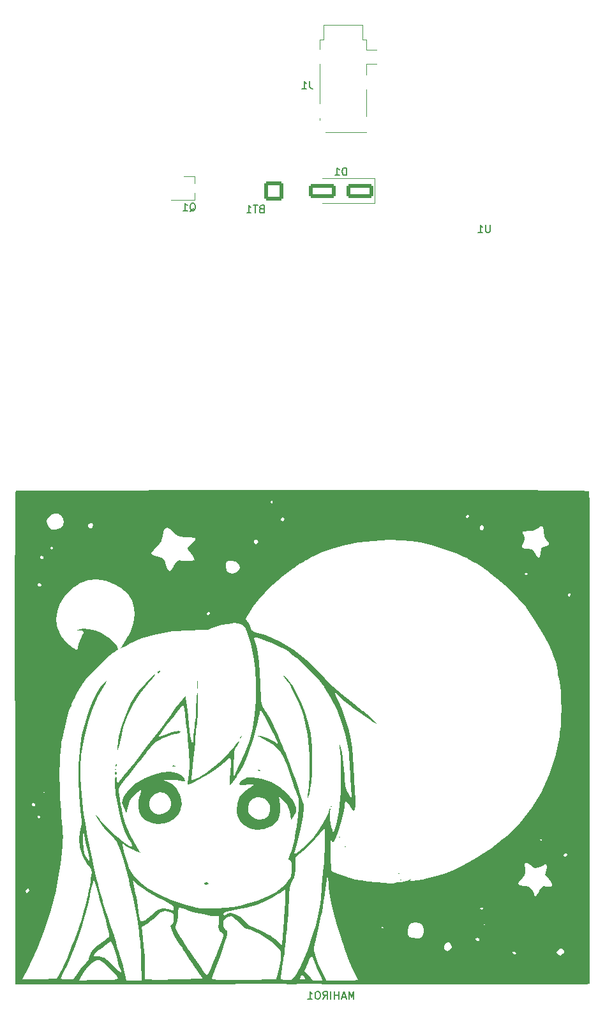
<source format=gbr>
%TF.GenerationSoftware,KiCad,Pcbnew,7.0.5*%
%TF.CreationDate,2023-07-11T16:18:17+08:00*%
%TF.ProjectId,press-beta,70726573-732d-4626-9574-612e6b696361,rev?*%
%TF.SameCoordinates,Original*%
%TF.FileFunction,Legend,Bot*%
%TF.FilePolarity,Positive*%
%FSLAX46Y46*%
G04 Gerber Fmt 4.6, Leading zero omitted, Abs format (unit mm)*
G04 Created by KiCad (PCBNEW 7.0.5) date 2023-07-11 16:18:17*
%MOMM*%
%LPD*%
G01*
G04 APERTURE LIST*
G04 Aperture macros list*
%AMRoundRect*
0 Rectangle with rounded corners*
0 $1 Rounding radius*
0 $2 $3 $4 $5 $6 $7 $8 $9 X,Y pos of 4 corners*
0 Add a 4 corners polygon primitive as box body*
4,1,4,$2,$3,$4,$5,$6,$7,$8,$9,$2,$3,0*
0 Add four circle primitives for the rounded corners*
1,1,$1+$1,$2,$3*
1,1,$1+$1,$4,$5*
1,1,$1+$1,$6,$7*
1,1,$1+$1,$8,$9*
0 Add four rect primitives between the rounded corners*
20,1,$1+$1,$2,$3,$4,$5,0*
20,1,$1+$1,$4,$5,$6,$7,0*
20,1,$1+$1,$6,$7,$8,$9,0*
20,1,$1+$1,$8,$9,$2,$3,0*%
G04 Aperture macros list end*
%ADD10C,0.150000*%
%ADD11C,0.120000*%
%ADD12O,1.600000X3.000000*%
%ADD13O,1.800000X1.800000*%
%ADD14O,1.500000X1.500000*%
%ADD15O,1.700000X1.700000*%
%ADD16R,1.700000X1.700000*%
%ADD17RoundRect,0.249999X1.025001X1.025001X-1.025001X1.025001X-1.025001X-1.025001X1.025001X-1.025001X0*%
%ADD18C,2.550000*%
%ADD19C,1.500000*%
%ADD20R,2.000000X1.500000*%
%ADD21R,1.900000X0.800000*%
%ADD22RoundRect,0.250000X1.500000X0.650000X-1.500000X0.650000X-1.500000X-0.650000X1.500000X-0.650000X0*%
G04 APERTURE END LIST*
D10*
X108433808Y-183334819D02*
X108433808Y-182334819D01*
X108433808Y-182334819D02*
X108100475Y-183049104D01*
X108100475Y-183049104D02*
X107767142Y-182334819D01*
X107767142Y-182334819D02*
X107767142Y-183334819D01*
X107338570Y-183049104D02*
X106862380Y-183049104D01*
X107433808Y-183334819D02*
X107100475Y-182334819D01*
X107100475Y-182334819D02*
X106767142Y-183334819D01*
X106433808Y-183334819D02*
X106433808Y-182334819D01*
X106433808Y-182811009D02*
X105862380Y-182811009D01*
X105862380Y-183334819D02*
X105862380Y-182334819D01*
X105386189Y-183334819D02*
X105386189Y-182334819D01*
X104338571Y-183334819D02*
X104671904Y-182858628D01*
X104909999Y-183334819D02*
X104909999Y-182334819D01*
X104909999Y-182334819D02*
X104529047Y-182334819D01*
X104529047Y-182334819D02*
X104433809Y-182382438D01*
X104433809Y-182382438D02*
X104386190Y-182430057D01*
X104386190Y-182430057D02*
X104338571Y-182525295D01*
X104338571Y-182525295D02*
X104338571Y-182668152D01*
X104338571Y-182668152D02*
X104386190Y-182763390D01*
X104386190Y-182763390D02*
X104433809Y-182811009D01*
X104433809Y-182811009D02*
X104529047Y-182858628D01*
X104529047Y-182858628D02*
X104909999Y-182858628D01*
X103719523Y-182334819D02*
X103529047Y-182334819D01*
X103529047Y-182334819D02*
X103433809Y-182382438D01*
X103433809Y-182382438D02*
X103338571Y-182477676D01*
X103338571Y-182477676D02*
X103290952Y-182668152D01*
X103290952Y-182668152D02*
X103290952Y-183001485D01*
X103290952Y-183001485D02*
X103338571Y-183191961D01*
X103338571Y-183191961D02*
X103433809Y-183287200D01*
X103433809Y-183287200D02*
X103529047Y-183334819D01*
X103529047Y-183334819D02*
X103719523Y-183334819D01*
X103719523Y-183334819D02*
X103814761Y-183287200D01*
X103814761Y-183287200D02*
X103909999Y-183191961D01*
X103909999Y-183191961D02*
X103957618Y-183001485D01*
X103957618Y-183001485D02*
X103957618Y-182668152D01*
X103957618Y-182668152D02*
X103909999Y-182477676D01*
X103909999Y-182477676D02*
X103814761Y-182382438D01*
X103814761Y-182382438D02*
X103719523Y-182334819D01*
X102338571Y-183334819D02*
X102909999Y-183334819D01*
X102624285Y-183334819D02*
X102624285Y-182334819D01*
X102624285Y-182334819D02*
X102719523Y-182477676D01*
X102719523Y-182477676D02*
X102814761Y-182572914D01*
X102814761Y-182572914D02*
X102909999Y-182620533D01*
%TO.C,U1*%
X126491904Y-80734819D02*
X126491904Y-81544342D01*
X126491904Y-81544342D02*
X126444285Y-81639580D01*
X126444285Y-81639580D02*
X126396666Y-81687200D01*
X126396666Y-81687200D02*
X126301428Y-81734819D01*
X126301428Y-81734819D02*
X126110952Y-81734819D01*
X126110952Y-81734819D02*
X126015714Y-81687200D01*
X126015714Y-81687200D02*
X125968095Y-81639580D01*
X125968095Y-81639580D02*
X125920476Y-81544342D01*
X125920476Y-81544342D02*
X125920476Y-80734819D01*
X124920476Y-81734819D02*
X125491904Y-81734819D01*
X125206190Y-81734819D02*
X125206190Y-80734819D01*
X125206190Y-80734819D02*
X125301428Y-80877676D01*
X125301428Y-80877676D02*
X125396666Y-80972914D01*
X125396666Y-80972914D02*
X125491904Y-81020533D01*
%TO.C,BT1*%
X96175714Y-78601009D02*
X96032857Y-78648628D01*
X96032857Y-78648628D02*
X95985238Y-78696247D01*
X95985238Y-78696247D02*
X95937619Y-78791485D01*
X95937619Y-78791485D02*
X95937619Y-78934342D01*
X95937619Y-78934342D02*
X95985238Y-79029580D01*
X95985238Y-79029580D02*
X96032857Y-79077200D01*
X96032857Y-79077200D02*
X96128095Y-79124819D01*
X96128095Y-79124819D02*
X96509047Y-79124819D01*
X96509047Y-79124819D02*
X96509047Y-78124819D01*
X96509047Y-78124819D02*
X96175714Y-78124819D01*
X96175714Y-78124819D02*
X96080476Y-78172438D01*
X96080476Y-78172438D02*
X96032857Y-78220057D01*
X96032857Y-78220057D02*
X95985238Y-78315295D01*
X95985238Y-78315295D02*
X95985238Y-78410533D01*
X95985238Y-78410533D02*
X96032857Y-78505771D01*
X96032857Y-78505771D02*
X96080476Y-78553390D01*
X96080476Y-78553390D02*
X96175714Y-78601009D01*
X96175714Y-78601009D02*
X96509047Y-78601009D01*
X95651904Y-78124819D02*
X95080476Y-78124819D01*
X95366190Y-79124819D02*
X95366190Y-78124819D01*
X94223333Y-79124819D02*
X94794761Y-79124819D01*
X94509047Y-79124819D02*
X94509047Y-78124819D01*
X94509047Y-78124819D02*
X94604285Y-78267676D01*
X94604285Y-78267676D02*
X94699523Y-78362914D01*
X94699523Y-78362914D02*
X94794761Y-78410533D01*
%TO.C,J1*%
X102568333Y-61684819D02*
X102568333Y-62399104D01*
X102568333Y-62399104D02*
X102615952Y-62541961D01*
X102615952Y-62541961D02*
X102711190Y-62637200D01*
X102711190Y-62637200D02*
X102854047Y-62684819D01*
X102854047Y-62684819D02*
X102949285Y-62684819D01*
X101568333Y-62684819D02*
X102139761Y-62684819D01*
X101854047Y-62684819D02*
X101854047Y-61684819D01*
X101854047Y-61684819D02*
X101949285Y-61827676D01*
X101949285Y-61827676D02*
X102044523Y-61922914D01*
X102044523Y-61922914D02*
X102139761Y-61970533D01*
%TO.C,Q1*%
X86685238Y-78930057D02*
X86780476Y-78882438D01*
X86780476Y-78882438D02*
X86875714Y-78787200D01*
X86875714Y-78787200D02*
X87018571Y-78644342D01*
X87018571Y-78644342D02*
X87113809Y-78596723D01*
X87113809Y-78596723D02*
X87209047Y-78596723D01*
X87161428Y-78834819D02*
X87256666Y-78787200D01*
X87256666Y-78787200D02*
X87351904Y-78691961D01*
X87351904Y-78691961D02*
X87399523Y-78501485D01*
X87399523Y-78501485D02*
X87399523Y-78168152D01*
X87399523Y-78168152D02*
X87351904Y-77977676D01*
X87351904Y-77977676D02*
X87256666Y-77882438D01*
X87256666Y-77882438D02*
X87161428Y-77834819D01*
X87161428Y-77834819D02*
X86970952Y-77834819D01*
X86970952Y-77834819D02*
X86875714Y-77882438D01*
X86875714Y-77882438D02*
X86780476Y-77977676D01*
X86780476Y-77977676D02*
X86732857Y-78168152D01*
X86732857Y-78168152D02*
X86732857Y-78501485D01*
X86732857Y-78501485D02*
X86780476Y-78691961D01*
X86780476Y-78691961D02*
X86875714Y-78787200D01*
X86875714Y-78787200D02*
X86970952Y-78834819D01*
X86970952Y-78834819D02*
X87161428Y-78834819D01*
X85780476Y-78834819D02*
X86351904Y-78834819D01*
X86066190Y-78834819D02*
X86066190Y-77834819D01*
X86066190Y-77834819D02*
X86161428Y-77977676D01*
X86161428Y-77977676D02*
X86256666Y-78072914D01*
X86256666Y-78072914D02*
X86351904Y-78120533D01*
%TO.C,D1*%
X107458094Y-74154819D02*
X107458094Y-73154819D01*
X107458094Y-73154819D02*
X107219999Y-73154819D01*
X107219999Y-73154819D02*
X107077142Y-73202438D01*
X107077142Y-73202438D02*
X106981904Y-73297676D01*
X106981904Y-73297676D02*
X106934285Y-73392914D01*
X106934285Y-73392914D02*
X106886666Y-73583390D01*
X106886666Y-73583390D02*
X106886666Y-73726247D01*
X106886666Y-73726247D02*
X106934285Y-73916723D01*
X106934285Y-73916723D02*
X106981904Y-74011961D01*
X106981904Y-74011961D02*
X107077142Y-74107200D01*
X107077142Y-74107200D02*
X107219999Y-74154819D01*
X107219999Y-74154819D02*
X107458094Y-74154819D01*
X105934285Y-74154819D02*
X106505713Y-74154819D01*
X106219999Y-74154819D02*
X106219999Y-73154819D01*
X106219999Y-73154819D02*
X106315237Y-73297676D01*
X106315237Y-73297676D02*
X106410475Y-73392914D01*
X106410475Y-73392914D02*
X106505713Y-73440533D01*
%TO.C,G\u002A\u002A\u002A*%
G36*
X139695893Y-118158605D02*
G01*
X139704661Y-119335576D01*
X139704932Y-119371910D01*
X139706843Y-119710929D01*
X139711220Y-120487531D01*
X139713146Y-120829330D01*
X139720499Y-122516192D01*
X139722371Y-123067821D01*
X139726954Y-124417823D01*
X139732472Y-126519551D01*
X139733328Y-126950405D01*
X139737017Y-128806702D01*
X139738410Y-129775185D01*
X139740552Y-131264604D01*
X139743039Y-133878584D01*
X139744441Y-136633970D01*
X139744722Y-139516088D01*
X139743843Y-142510265D01*
X139742269Y-144855194D01*
X139741768Y-145601830D01*
X139738459Y-148776108D01*
X139721949Y-162238580D01*
X139719571Y-164177551D01*
X139714454Y-168350324D01*
X139710807Y-171324568D01*
X139708243Y-173415103D01*
X139707456Y-174056546D01*
X139705671Y-175512266D01*
X139704518Y-176452013D01*
X139703948Y-176916961D01*
X139699178Y-180805899D01*
X139698524Y-181339378D01*
X139189694Y-181388454D01*
X138983499Y-181398401D01*
X138478118Y-181407997D01*
X137746434Y-181413930D01*
X136837362Y-181415993D01*
X135799817Y-181413976D01*
X134682716Y-181407672D01*
X134412528Y-181405808D01*
X133454858Y-181400688D01*
X132235932Y-181395811D01*
X130794352Y-181391259D01*
X129168721Y-181387116D01*
X127397640Y-181383464D01*
X125519712Y-181380386D01*
X123573539Y-181377965D01*
X121597722Y-181376283D01*
X119630864Y-181375423D01*
X117436032Y-181374927D01*
X115134669Y-181374298D01*
X113109241Y-181373527D01*
X111339426Y-181372521D01*
X109804902Y-181371184D01*
X108485347Y-181369423D01*
X107360438Y-181367141D01*
X106409855Y-181364245D01*
X105613274Y-181360640D01*
X104950373Y-181356231D01*
X104400831Y-181350924D01*
X103944325Y-181344624D01*
X103560533Y-181337236D01*
X103229133Y-181328666D01*
X102929803Y-181318819D01*
X102642221Y-181307600D01*
X102346064Y-181294915D01*
X101956869Y-181282533D01*
X101348354Y-181285164D01*
X100916007Y-181316955D01*
X100728131Y-181374544D01*
X100672299Y-181425750D01*
X100452630Y-181406728D01*
X100285912Y-181380154D01*
X99841056Y-181355814D01*
X99165446Y-181337877D01*
X98302765Y-181327125D01*
X97296699Y-181324343D01*
X96190933Y-181330312D01*
X94466400Y-181345314D01*
X90881830Y-181369059D01*
X87508060Y-181380491D01*
X84274691Y-181379903D01*
X84243845Y-181379840D01*
X83414601Y-181378304D01*
X82314608Y-181376481D01*
X80984823Y-181374425D01*
X79466199Y-181372195D01*
X77799692Y-181369844D01*
X76026257Y-181367429D01*
X74186848Y-181365006D01*
X72322421Y-181362630D01*
X70473931Y-181360358D01*
X68682332Y-181358245D01*
X66988580Y-181356347D01*
X63500000Y-181352557D01*
X63499726Y-180871949D01*
X71964633Y-180871949D01*
X73964724Y-180841160D01*
X75076277Y-180819972D01*
X75910855Y-180793301D01*
X76500326Y-180758309D01*
X76878955Y-180712122D01*
X77081005Y-180651863D01*
X77140741Y-180574657D01*
X77094011Y-180461682D01*
X76866499Y-180156229D01*
X76504406Y-179746759D01*
X76068925Y-179295807D01*
X75621245Y-178865910D01*
X75222558Y-178519605D01*
X74934052Y-178319429D01*
X74676482Y-178206326D01*
X74372726Y-178180277D01*
X73999177Y-178328103D01*
X73784601Y-178472950D01*
X73366101Y-178868599D01*
X72905895Y-179398476D01*
X72474353Y-179979247D01*
X72141847Y-180527579D01*
X71964633Y-180871949D01*
X63499726Y-180871949D01*
X63499651Y-180740310D01*
X64449077Y-180740310D01*
X66739804Y-180696945D01*
X69030531Y-180653580D01*
X69050840Y-180614382D01*
X69487952Y-180614382D01*
X69560321Y-180666903D01*
X69869629Y-180713276D01*
X70346502Y-180730604D01*
X71261111Y-180729232D01*
X71843992Y-179829061D01*
X72157997Y-179375418D01*
X72561555Y-178857243D01*
X72902325Y-178484425D01*
X73225698Y-178095324D01*
X73377778Y-177601127D01*
X73388970Y-177562480D01*
X73895822Y-177562480D01*
X73919575Y-177694672D01*
X74211489Y-177667744D01*
X74638524Y-177667968D01*
X75198431Y-177850203D01*
X75253967Y-177878483D01*
X75676287Y-178160312D01*
X76191717Y-178582259D01*
X76701226Y-179064317D01*
X76828771Y-179193198D01*
X77243348Y-179578279D01*
X77514156Y-179770272D01*
X77611111Y-179746619D01*
X77596153Y-179624332D01*
X77473042Y-179410829D01*
X77372663Y-179285185D01*
X77256029Y-178970403D01*
X77175214Y-178616422D01*
X76943079Y-177692429D01*
X76712326Y-176895023D01*
X76497932Y-176269441D01*
X76314872Y-175860918D01*
X76178125Y-175714691D01*
X76142062Y-175728302D01*
X75903072Y-175880269D01*
X75505619Y-176165042D01*
X75013087Y-176537839D01*
X74648331Y-176827037D01*
X74139113Y-177272744D01*
X73895822Y-177562480D01*
X73388970Y-177562480D01*
X73480239Y-177247307D01*
X73846680Y-176753183D01*
X74450322Y-176205320D01*
X75261022Y-175635183D01*
X75463079Y-175500010D01*
X75808235Y-175226688D01*
X75979658Y-175026992D01*
X75991511Y-174968243D01*
X75975067Y-174735784D01*
X75893726Y-174334599D01*
X75739483Y-173732313D01*
X75504329Y-172896550D01*
X75180258Y-171794938D01*
X75094996Y-171502915D01*
X74923102Y-170899952D01*
X74716236Y-170163532D01*
X74502334Y-169392646D01*
X74332782Y-168791819D01*
X74157366Y-168202917D01*
X74022762Y-167787485D01*
X73949063Y-167610256D01*
X73922065Y-167592688D01*
X73870387Y-167632711D01*
X73809426Y-167806289D01*
X73728250Y-168157301D01*
X73615927Y-168729624D01*
X73461525Y-169567136D01*
X73427461Y-169748781D01*
X73294820Y-170373746D01*
X73164614Y-170880841D01*
X73060742Y-171174235D01*
X72974955Y-171366339D01*
X72973331Y-171481358D01*
X72985821Y-171504646D01*
X72947361Y-171727756D01*
X72828242Y-172110701D01*
X72774854Y-172264403D01*
X72649962Y-172647164D01*
X72594446Y-172855454D01*
X72525099Y-173205865D01*
X72343331Y-173834474D01*
X72075464Y-174635892D01*
X71744583Y-175548705D01*
X71373770Y-176511503D01*
X70986111Y-177462872D01*
X70604688Y-178341402D01*
X70252587Y-179085679D01*
X70049423Y-179490519D01*
X69776329Y-180035587D01*
X69578194Y-180432155D01*
X69487952Y-180614382D01*
X69050840Y-180614382D01*
X69761630Y-179242469D01*
X69936370Y-178893290D01*
X70344336Y-178011841D01*
X70751783Y-177058098D01*
X71092130Y-176185062D01*
X71297513Y-175622780D01*
X71531397Y-174987123D01*
X71713947Y-174496254D01*
X71817405Y-174225185D01*
X71866459Y-174093139D01*
X72014237Y-173651951D01*
X72203095Y-173055620D01*
X72405473Y-172394832D01*
X72593808Y-171760274D01*
X72740538Y-171242632D01*
X72818102Y-170932592D01*
X72818719Y-170929394D01*
X72885856Y-170619042D01*
X73002184Y-170113817D01*
X73142897Y-169521481D01*
X73282715Y-168916968D01*
X73396399Y-168380610D01*
X73458523Y-168031975D01*
X73472408Y-167927718D01*
X73537095Y-167464343D01*
X73613940Y-166934444D01*
X73653558Y-166558241D01*
X73609957Y-166194530D01*
X73429207Y-165915308D01*
X73013317Y-165400377D01*
X72423942Y-164327966D01*
X72079942Y-163155687D01*
X72006930Y-162085218D01*
X72453242Y-162085218D01*
X72460689Y-162547179D01*
X72538173Y-163355243D01*
X72683651Y-163996184D01*
X72768686Y-164223634D01*
X72972161Y-164652159D01*
X73154022Y-164905658D01*
X73240294Y-164975254D01*
X73327692Y-165016886D01*
X73357266Y-164937899D01*
X73326274Y-164691961D01*
X73231971Y-164232742D01*
X73071616Y-163513913D01*
X72932483Y-162894333D01*
X72750871Y-162090820D01*
X72623807Y-161555503D01*
X72541192Y-161265049D01*
X72492926Y-161196125D01*
X72468912Y-161325401D01*
X72459050Y-161629542D01*
X72453242Y-162085218D01*
X72006930Y-162085218D01*
X71997862Y-161952262D01*
X72194250Y-160786410D01*
X72257599Y-160553763D01*
X72351387Y-160051593D01*
X72363254Y-159688879D01*
X72182581Y-158337449D01*
X72001572Y-156305908D01*
X71918168Y-154265098D01*
X71933093Y-152291595D01*
X72047071Y-150461976D01*
X72260825Y-148852819D01*
X72429434Y-148015460D01*
X72808457Y-146556111D01*
X73274473Y-145154221D01*
X73805567Y-143860849D01*
X74379821Y-142727059D01*
X74975321Y-141803912D01*
X75570150Y-141142469D01*
X75642593Y-141089685D01*
X75662087Y-141160728D01*
X75506984Y-141467343D01*
X75183099Y-141996700D01*
X74432093Y-143314212D01*
X73724995Y-144919714D01*
X73138132Y-146714021D01*
X72659326Y-148734932D01*
X72276403Y-151020247D01*
X72249841Y-151230322D01*
X72172545Y-152364218D01*
X72167108Y-153753485D01*
X72232910Y-155357354D01*
X72369332Y-157135062D01*
X72371355Y-157156619D01*
X72461312Y-157906934D01*
X72606882Y-158891468D01*
X72795516Y-160040929D01*
X73014663Y-161286025D01*
X73251774Y-162557464D01*
X73494298Y-163785953D01*
X73729686Y-164902201D01*
X73737924Y-164937899D01*
X73945386Y-165836913D01*
X74035213Y-166202668D01*
X74226904Y-166984191D01*
X74387925Y-167642028D01*
X74503534Y-168115908D01*
X74558988Y-168345555D01*
X74601771Y-168511832D01*
X74715629Y-168926695D01*
X74862015Y-169443086D01*
X74967596Y-169810901D01*
X75088538Y-170234223D01*
X75152905Y-170462222D01*
X75231473Y-170734309D01*
X75400100Y-171282770D01*
X75613401Y-171952922D01*
X75848261Y-172674625D01*
X76081565Y-173377737D01*
X76290195Y-173992118D01*
X76451038Y-174447628D01*
X76540977Y-174674124D01*
X76629606Y-174866616D01*
X76662396Y-174968243D01*
X76744756Y-175223501D01*
X76746818Y-175234152D01*
X76859934Y-175738330D01*
X77011313Y-176320027D01*
X77165838Y-176851299D01*
X77288392Y-177204197D01*
X77349607Y-177359935D01*
X77529448Y-177904229D01*
X77732782Y-178606513D01*
X77930157Y-179361929D01*
X78018698Y-179746619D01*
X78092119Y-180065617D01*
X78198570Y-180574657D01*
X78264256Y-180888765D01*
X79289231Y-180888765D01*
X80314206Y-180888765D01*
X80230710Y-178340926D01*
X80211179Y-177795960D01*
X80173971Y-176948482D01*
X80133894Y-176224668D01*
X80094625Y-175687788D01*
X80059842Y-175401111D01*
X80039342Y-175299792D01*
X79966468Y-174835585D01*
X79903382Y-174303580D01*
X79861622Y-173926607D01*
X79834619Y-173744289D01*
X80243411Y-173744289D01*
X80342187Y-174455107D01*
X80460868Y-175324856D01*
X80577226Y-176245306D01*
X80656406Y-176996584D01*
X80705323Y-177658221D01*
X80730892Y-178309747D01*
X80740028Y-179030693D01*
X80746913Y-180700400D01*
X81413272Y-180755385D01*
X81432571Y-180756853D01*
X81818979Y-180769248D01*
X82452731Y-180772584D01*
X83272863Y-180767234D01*
X84218408Y-180753573D01*
X85228404Y-180731975D01*
X88377178Y-180653580D01*
X88306729Y-180549842D01*
X89576041Y-180549842D01*
X89596229Y-180628882D01*
X89645008Y-180653580D01*
X89716657Y-180689858D01*
X89967792Y-180734416D01*
X90380102Y-180764199D01*
X90984055Y-180780853D01*
X91810117Y-180786021D01*
X92888756Y-180781347D01*
X94250440Y-180768476D01*
X98111374Y-180726583D01*
X98132698Y-180646261D01*
X98707144Y-180646261D01*
X98707388Y-180653370D01*
X98856856Y-180749767D01*
X99209775Y-180808789D01*
X99663660Y-180820942D01*
X100116031Y-180776738D01*
X100175917Y-180758930D01*
X100289103Y-180666403D01*
X101286420Y-180666403D01*
X101384082Y-180709532D01*
X101679724Y-180731975D01*
X101860478Y-180725732D01*
X101985831Y-180648785D01*
X101877193Y-180418395D01*
X101731682Y-180221815D01*
X101579059Y-180104815D01*
X101483563Y-180182910D01*
X101350323Y-180423645D01*
X101286420Y-180666403D01*
X100289103Y-180666403D01*
X100491162Y-180501225D01*
X100866226Y-179975198D01*
X101069295Y-179605244D01*
X101895605Y-179605244D01*
X102374963Y-180095620D01*
X102498872Y-180227538D01*
X102753133Y-180541112D01*
X102808645Y-180648785D01*
X102854321Y-180737381D01*
X102886685Y-180782615D01*
X103139085Y-180858695D01*
X103559876Y-180888765D01*
X103770312Y-180885592D01*
X104125166Y-180860757D01*
X104265432Y-180819332D01*
X104259883Y-180796844D01*
X104153960Y-180577148D01*
X103955909Y-180225296D01*
X103790628Y-179900396D01*
X103550075Y-179329060D01*
X103332354Y-178717691D01*
X103169355Y-178226437D01*
X103014252Y-177796622D01*
X102916328Y-177569656D01*
X102900825Y-177557798D01*
X102776749Y-177671677D01*
X102583226Y-178006667D01*
X102354969Y-178504934D01*
X101895605Y-179605244D01*
X101069295Y-179605244D01*
X101286307Y-179209889D01*
X101736603Y-178234341D01*
X102202312Y-177077594D01*
X102268926Y-176890617D01*
X103148246Y-176890617D01*
X103192334Y-177129926D01*
X103412125Y-177878568D01*
X103764881Y-178778666D01*
X104221284Y-179752037D01*
X104761960Y-180819332D01*
X104797134Y-180888765D01*
X106883135Y-180888765D01*
X107074414Y-180888417D01*
X107817036Y-180879941D01*
X108418727Y-180861838D01*
X108821943Y-180836396D01*
X108969136Y-180805899D01*
X108969110Y-180804989D01*
X108901154Y-180629026D01*
X108727369Y-180255315D01*
X108484725Y-179763420D01*
X108235453Y-179245057D01*
X107735463Y-178072525D01*
X107403941Y-177191131D01*
X129508642Y-177191131D01*
X129540908Y-177313142D01*
X129756893Y-177439382D01*
X129874842Y-177413132D01*
X129943081Y-177253194D01*
X129851117Y-177130733D01*
X135355782Y-177130733D01*
X135414204Y-177253194D01*
X135464226Y-177358046D01*
X135620513Y-177516282D01*
X135863557Y-177569737D01*
X136161023Y-177349788D01*
X136346698Y-177132803D01*
X136366104Y-176916961D01*
X136110121Y-176701994D01*
X136040053Y-176661041D01*
X135792026Y-176616482D01*
X135539717Y-176818128D01*
X135480494Y-176886124D01*
X135355782Y-177130733D01*
X129851117Y-177130733D01*
X129788094Y-177046810D01*
X129600037Y-177019431D01*
X129508642Y-177191131D01*
X107403941Y-177191131D01*
X107235067Y-176742156D01*
X107092236Y-176320253D01*
X120431681Y-176320253D01*
X120455528Y-176655935D01*
X120662823Y-176873842D01*
X120876395Y-176948276D01*
X121046435Y-176923089D01*
X121265650Y-176722939D01*
X121277740Y-176710708D01*
X121427047Y-176452013D01*
X121334007Y-176134976D01*
X121282833Y-176036481D01*
X121130944Y-175786046D01*
X120988505Y-175745973D01*
X120741823Y-175864295D01*
X120581190Y-175995749D01*
X120431681Y-176320253D01*
X107092236Y-176320253D01*
X106791023Y-175430509D01*
X124527289Y-175430509D01*
X124562692Y-175507882D01*
X124777357Y-175673093D01*
X125010725Y-175613431D01*
X125089703Y-175512266D01*
X125073924Y-175320173D01*
X124791872Y-175244321D01*
X124604572Y-175282570D01*
X124527289Y-175430509D01*
X106791023Y-175430509D01*
X106750080Y-175309568D01*
X106440287Y-174299693D01*
X115566262Y-174299693D01*
X115593847Y-174751077D01*
X115750309Y-175048634D01*
X115859710Y-175113355D01*
X116269792Y-175239313D01*
X116751917Y-175302003D01*
X117136336Y-175273843D01*
X117146022Y-175270895D01*
X117515221Y-175010681D01*
X117711895Y-174573916D01*
X117715453Y-174056546D01*
X117505307Y-173554516D01*
X117459518Y-173493857D01*
X117415211Y-173462262D01*
X125616623Y-173462262D01*
X125745679Y-173519629D01*
X125828683Y-173508314D01*
X125850206Y-173415103D01*
X125827225Y-173396338D01*
X125641152Y-173415103D01*
X125616623Y-173462262D01*
X117415211Y-173462262D01*
X117146202Y-173270432D01*
X116651852Y-173206049D01*
X116544452Y-173207937D01*
X116090926Y-173297614D01*
X115798397Y-173554516D01*
X115663366Y-173824602D01*
X115661607Y-173833210D01*
X115566262Y-174299693D01*
X106440287Y-174299693D01*
X106297187Y-173833210D01*
X112104938Y-173833210D01*
X112111319Y-173876184D01*
X112270982Y-173990000D01*
X112327692Y-173977689D01*
X112340123Y-173833210D01*
X112307943Y-173786288D01*
X112174080Y-173676420D01*
X112158433Y-173680496D01*
X112104938Y-173833210D01*
X106297187Y-173833210D01*
X106296318Y-173830378D01*
X105889594Y-172360204D01*
X105636222Y-171324568D01*
X125196913Y-171324568D01*
X125229005Y-171367387D01*
X125441352Y-171481358D01*
X125476356Y-171476870D01*
X125588889Y-171324568D01*
X125558973Y-171249638D01*
X125344450Y-171167778D01*
X125232458Y-171190340D01*
X125196913Y-171324568D01*
X105636222Y-171324568D01*
X105545724Y-170954663D01*
X105280522Y-169669372D01*
X105109803Y-168559950D01*
X105049383Y-167682013D01*
X105049319Y-167638194D01*
X105034027Y-167158358D01*
X104993354Y-166986399D01*
X104929477Y-167118126D01*
X104844575Y-167549346D01*
X104740825Y-168275868D01*
X104692044Y-168645389D01*
X104564751Y-169547532D01*
X104431252Y-170423441D01*
X104306347Y-171178113D01*
X104204835Y-171716543D01*
X104024428Y-172555631D01*
X103718306Y-173935559D01*
X103380149Y-175401111D01*
X103360664Y-175485534D01*
X103237879Y-176088560D01*
X103161811Y-176590718D01*
X103148246Y-176890617D01*
X102268926Y-176890617D01*
X102668631Y-175768689D01*
X102747557Y-175532976D01*
X103100280Y-174453606D01*
X103369683Y-173561350D01*
X103577474Y-172766546D01*
X103745360Y-171979535D01*
X103895048Y-171110655D01*
X104048245Y-170070247D01*
X104056740Y-170003516D01*
X104097695Y-169598078D01*
X104148189Y-169011168D01*
X104199223Y-168345555D01*
X104201352Y-168316111D01*
X104266116Y-167489177D01*
X104343097Y-166600299D01*
X104416093Y-165836913D01*
X104460540Y-165293520D01*
X104507206Y-164475206D01*
X104544080Y-163558557D01*
X104565749Y-162658565D01*
X104594521Y-160656142D01*
X103281897Y-162109799D01*
X102755853Y-162675277D01*
X102186864Y-163253362D01*
X101686785Y-163728560D01*
X101323846Y-164033827D01*
X100678420Y-164504197D01*
X100666951Y-165758518D01*
X100656672Y-166208820D01*
X100603220Y-166795504D01*
X100485190Y-167245387D01*
X100280165Y-167669198D01*
X100188717Y-167838115D01*
X100060291Y-168142151D01*
X99967996Y-168503216D01*
X99901267Y-168985433D01*
X99884579Y-169200775D01*
X99849538Y-169652926D01*
X99802245Y-170569816D01*
X99784188Y-170958381D01*
X99731165Y-171999649D01*
X99679740Y-172817686D01*
X99624471Y-173480967D01*
X99559917Y-174057967D01*
X99480638Y-174617160D01*
X99434642Y-174987573D01*
X99378047Y-175589146D01*
X99331269Y-176233371D01*
X99288859Y-176765615D01*
X99215087Y-177419231D01*
X99205594Y-177503342D01*
X99111066Y-178114852D01*
X99028089Y-178566136D01*
X98916754Y-179213829D01*
X98815969Y-179840232D01*
X98741007Y-180349619D01*
X98707144Y-180646261D01*
X98132698Y-180646261D01*
X98287564Y-180062921D01*
X98545938Y-179013057D01*
X98716035Y-178105613D01*
X98773945Y-177419231D01*
X98756915Y-177143175D01*
X98652077Y-176856937D01*
X98403006Y-176556854D01*
X97954630Y-176158162D01*
X97436864Y-175745900D01*
X96684014Y-175209526D01*
X95926319Y-174729843D01*
X95225303Y-174342756D01*
X94642495Y-174084173D01*
X94239420Y-173990000D01*
X94038712Y-173906807D01*
X93686658Y-173647130D01*
X93283571Y-173272382D01*
X92854024Y-172844041D01*
X92458423Y-172508808D01*
X92153196Y-172362397D01*
X91875492Y-172377595D01*
X91562459Y-172527191D01*
X91423589Y-172615974D01*
X91162756Y-172906152D01*
X91095062Y-173332315D01*
X91148532Y-173710921D01*
X91410420Y-174121658D01*
X91472650Y-174173680D01*
X91589472Y-174299896D01*
X91636802Y-174463950D01*
X91611608Y-174732075D01*
X91602589Y-174771322D01*
X91510859Y-175170505D01*
X91331523Y-175845473D01*
X91071675Y-176709572D01*
X90653772Y-177904858D01*
X90147563Y-179204583D01*
X89587374Y-180516810D01*
X89576041Y-180549842D01*
X88306729Y-180549842D01*
X87152691Y-178850494D01*
X87023495Y-178659808D01*
X86582296Y-178001701D01*
X86211301Y-177437893D01*
X85946238Y-177023146D01*
X85822837Y-176812222D01*
X85699845Y-176597096D01*
X85455460Y-176263457D01*
X85278047Y-176035043D01*
X84929327Y-175509812D01*
X84599828Y-174931704D01*
X84329276Y-174378458D01*
X84157392Y-173927816D01*
X84145511Y-173831923D01*
X84761869Y-173831923D01*
X84837953Y-174074927D01*
X85043532Y-174445480D01*
X85400897Y-175010219D01*
X85539281Y-175225547D01*
X85884862Y-175767908D01*
X86159339Y-176205118D01*
X86312963Y-176458197D01*
X86422177Y-176635893D01*
X86691623Y-177050524D01*
X87055585Y-177597934D01*
X87465403Y-178206038D01*
X87872419Y-178802748D01*
X88227974Y-179315979D01*
X88483409Y-179673642D01*
X88511834Y-179711381D01*
X88762003Y-179990466D01*
X88939319Y-180104815D01*
X88996197Y-180068925D01*
X89150443Y-179838015D01*
X89386916Y-179375569D01*
X89715743Y-178661212D01*
X90147050Y-177674568D01*
X90192938Y-177566480D01*
X90486123Y-176829028D01*
X90785682Y-176013846D01*
X91024314Y-175302880D01*
X91091177Y-175081481D01*
X91149280Y-174771322D01*
X91069807Y-174595497D01*
X90827313Y-174442943D01*
X90786086Y-174420625D01*
X90589834Y-174285096D01*
X90495135Y-174099714D01*
X90480081Y-173777254D01*
X90522762Y-173230491D01*
X90534730Y-173101023D01*
X90570187Y-172617383D01*
X90552150Y-172368310D01*
X90464221Y-172289402D01*
X90290004Y-172316258D01*
X90069106Y-172338146D01*
X89532990Y-172300800D01*
X88823090Y-172190755D01*
X88061976Y-172032326D01*
X91147325Y-172032326D01*
X91152047Y-172111878D01*
X91260148Y-172258067D01*
X91494876Y-172123737D01*
X91620850Y-172027804D01*
X92086881Y-171918742D01*
X92662493Y-172059816D01*
X93309147Y-172436927D01*
X93988302Y-173035974D01*
X94259332Y-173300784D01*
X94580960Y-173571571D01*
X94772252Y-173676571D01*
X94976389Y-173738938D01*
X95385506Y-173916419D01*
X95915707Y-174170253D01*
X96488217Y-174461437D01*
X97024260Y-174750973D01*
X97445062Y-174999857D01*
X97510480Y-175042911D01*
X97963761Y-175379498D01*
X98407463Y-175756688D01*
X98899494Y-176212581D01*
X99001166Y-174905303D01*
X99050994Y-174260554D01*
X99167452Y-172708763D01*
X99256238Y-171444773D01*
X99318280Y-170450700D01*
X99354507Y-169708662D01*
X99365850Y-169200775D01*
X99353238Y-168909158D01*
X99317598Y-168815926D01*
X99261346Y-168835830D01*
X99005304Y-168993435D01*
X98643550Y-169256768D01*
X98437222Y-169406552D01*
X97617369Y-169895204D01*
X96583334Y-170390960D01*
X95406790Y-170858354D01*
X95134330Y-170952924D01*
X94690885Y-171088346D01*
X94179155Y-171218412D01*
X93538791Y-171356781D01*
X92709443Y-171517115D01*
X91630761Y-171713074D01*
X91288782Y-171836156D01*
X91147325Y-172032326D01*
X88061976Y-172032326D01*
X88014646Y-172022474D01*
X87182900Y-171810421D01*
X86403093Y-171569060D01*
X86261440Y-171520363D01*
X85732273Y-171340969D01*
X85349487Y-171215197D01*
X85187970Y-171167778D01*
X85168105Y-171265719D01*
X85163709Y-171287390D01*
X85144427Y-171642982D01*
X85137037Y-172152027D01*
X85135141Y-172313073D01*
X85062957Y-173030893D01*
X84891329Y-173487073D01*
X84792984Y-173649831D01*
X84761869Y-173831923D01*
X84145511Y-173831923D01*
X84123901Y-173657517D01*
X84202086Y-173491643D01*
X84363652Y-173362839D01*
X84407823Y-173329561D01*
X84480978Y-173075551D01*
X84509876Y-172653403D01*
X84509641Y-172585756D01*
X84478432Y-172160134D01*
X84360651Y-171929973D01*
X84107694Y-171791057D01*
X83864798Y-171709111D01*
X83328495Y-171648565D01*
X82856016Y-171827882D01*
X82355913Y-172272179D01*
X82157394Y-172469129D01*
X81583526Y-172943758D01*
X81004730Y-173325250D01*
X80243411Y-173744289D01*
X79834619Y-173744289D01*
X79681268Y-172708917D01*
X79418813Y-171292208D01*
X79090696Y-169747489D01*
X78713358Y-168145771D01*
X78557754Y-167543376D01*
X79068728Y-167543376D01*
X79353538Y-168846009D01*
X79446020Y-169272109D01*
X79570672Y-169870225D01*
X79672111Y-170407614D01*
X79773106Y-171007957D01*
X79896426Y-171794938D01*
X79898026Y-171805297D01*
X79978402Y-172291713D01*
X80053379Y-172696481D01*
X80124097Y-172915813D01*
X80240333Y-173042187D01*
X80280126Y-173038166D01*
X80700314Y-172885291D01*
X81166992Y-172579941D01*
X81548244Y-172206413D01*
X81613135Y-172129720D01*
X82031918Y-171766688D01*
X82521178Y-171476624D01*
X82555998Y-171461108D01*
X82983657Y-171302939D01*
X83328461Y-171291337D01*
X83768337Y-171417926D01*
X83818536Y-171435668D01*
X84236406Y-171579178D01*
X84439626Y-171609218D01*
X84505137Y-171509996D01*
X84509876Y-171265719D01*
X84503664Y-171181643D01*
X84419787Y-170993461D01*
X84197870Y-170798431D01*
X83787425Y-170558670D01*
X83137963Y-170236293D01*
X82374902Y-169859695D01*
X81233977Y-169236025D01*
X80333709Y-168649307D01*
X79633438Y-168074459D01*
X79068728Y-167543376D01*
X78557754Y-167543376D01*
X78303239Y-166558061D01*
X77876780Y-165055371D01*
X77450421Y-163708709D01*
X77217391Y-163063541D01*
X76963503Y-162514166D01*
X76676182Y-162091258D01*
X76300180Y-161698251D01*
X76188160Y-161589939D01*
X75771535Y-161142866D01*
X75321645Y-160608748D01*
X74887104Y-160051604D01*
X74516527Y-159535452D01*
X74258531Y-159124312D01*
X74161728Y-158882203D01*
X74230328Y-158893491D01*
X74430616Y-159109360D01*
X74716482Y-159487415D01*
X74811738Y-159617262D01*
X75274554Y-160170527D01*
X75848896Y-160770379D01*
X76488247Y-161377431D01*
X77146095Y-161952291D01*
X77775925Y-162455572D01*
X78331222Y-162847882D01*
X78765472Y-163089834D01*
X79032161Y-163142036D01*
X79035456Y-163005241D01*
X78893812Y-162680077D01*
X78636151Y-162239904D01*
X78628302Y-162227684D01*
X78111849Y-161249037D01*
X77656364Y-160051806D01*
X77291896Y-158728154D01*
X77048492Y-157370247D01*
X77045983Y-157350988D01*
X76969215Y-156885099D01*
X76884143Y-156522405D01*
X76845556Y-156341182D01*
X76798656Y-155906957D01*
X76779475Y-155557652D01*
X77213543Y-155557652D01*
X77238337Y-155809370D01*
X77307741Y-156284986D01*
X77407946Y-156902248D01*
X77525142Y-157578900D01*
X77645518Y-158232688D01*
X77755264Y-158781358D01*
X78117240Y-160038188D01*
X78786231Y-161595208D01*
X79731031Y-163292077D01*
X80141108Y-163961437D01*
X79464072Y-163699604D01*
X79329193Y-163644370D01*
X78765898Y-163366601D01*
X78287930Y-163069441D01*
X78186255Y-162995574D01*
X77874844Y-162785530D01*
X77711034Y-162701111D01*
X77707660Y-162702325D01*
X77717935Y-162862718D01*
X77803727Y-163240190D01*
X77948164Y-163759444D01*
X78112328Y-164315943D01*
X78313944Y-165009715D01*
X78473901Y-165570982D01*
X78615824Y-165978145D01*
X79170483Y-166925582D01*
X80018562Y-167830376D01*
X81146839Y-168683369D01*
X82542094Y-169475405D01*
X84191108Y-170197324D01*
X86080658Y-170839970D01*
X86266292Y-170895129D01*
X86959941Y-171087611D01*
X87540842Y-171211188D01*
X88115504Y-171279710D01*
X88790436Y-171307027D01*
X89672148Y-171306988D01*
X90320375Y-171295942D01*
X91399090Y-171241708D01*
X92376268Y-171129740D01*
X93349264Y-170943387D01*
X94415431Y-170666002D01*
X95672123Y-170280935D01*
X96056177Y-170147171D01*
X97063522Y-169704446D01*
X98022409Y-169162345D01*
X98868776Y-168564230D01*
X99538561Y-167953462D01*
X99967701Y-167373403D01*
X99972968Y-167363141D01*
X100100179Y-166968621D01*
X100174572Y-166452477D01*
X100196634Y-165900933D01*
X100166852Y-165400217D01*
X100085712Y-165036555D01*
X99953704Y-164896173D01*
X99787395Y-164877896D01*
X99738268Y-164778013D01*
X99813178Y-164529271D01*
X100017266Y-164064422D01*
X100160015Y-163691451D01*
X100349523Y-163047060D01*
X100494822Y-162387531D01*
X100578652Y-161911166D01*
X100712300Y-161155716D01*
X100827969Y-160506049D01*
X100847402Y-160390882D01*
X100932293Y-159763967D01*
X101013320Y-158997845D01*
X101075246Y-158232592D01*
X101099581Y-157828694D01*
X101113163Y-157231838D01*
X101070594Y-156773244D01*
X100956856Y-156338830D01*
X100756931Y-155814511D01*
X100754431Y-155808388D01*
X100548383Y-155280522D01*
X100401452Y-154860436D01*
X100345301Y-154638585D01*
X100344730Y-154630314D01*
X100282378Y-154400136D01*
X100131845Y-153944944D01*
X99914289Y-153326630D01*
X99650866Y-152607086D01*
X99496509Y-152202147D01*
X99111266Y-151292312D01*
X98764018Y-150639209D01*
X98436121Y-150205982D01*
X97914589Y-149757042D01*
X97217706Y-149278667D01*
X96480304Y-148857748D01*
X95831226Y-148574956D01*
X95781262Y-148558116D01*
X95612128Y-148486807D01*
X95707504Y-148469474D01*
X96090618Y-148499346D01*
X96277446Y-148527863D01*
X96914490Y-148727038D01*
X97551345Y-149047794D01*
X97895067Y-149258267D01*
X98229863Y-149454853D01*
X98379366Y-149530741D01*
X98381470Y-149522099D01*
X98308038Y-149331848D01*
X98125561Y-148935648D01*
X97862910Y-148391026D01*
X97548956Y-147755512D01*
X97212568Y-147086634D01*
X96882617Y-146441921D01*
X96587974Y-145878902D01*
X96357509Y-145455104D01*
X96220092Y-145228056D01*
X96168235Y-145161781D01*
X96065109Y-145088644D01*
X95985222Y-145188426D01*
X95906593Y-145507041D01*
X95807243Y-146090402D01*
X95789805Y-146194351D01*
X95624554Y-146967357D01*
X95383255Y-147870892D01*
X95085463Y-148850752D01*
X94750732Y-149852733D01*
X94398614Y-150822632D01*
X94048665Y-151706245D01*
X93720438Y-152449367D01*
X93433487Y-152997794D01*
X93207366Y-153297324D01*
X93083634Y-153421268D01*
X92976543Y-153624389D01*
X92974901Y-153640892D01*
X92870833Y-153872020D01*
X92653347Y-154221946D01*
X92390655Y-154593462D01*
X92150970Y-154889364D01*
X92002504Y-155012444D01*
X91967307Y-154961262D01*
X91945454Y-154674080D01*
X91961808Y-154121000D01*
X92016944Y-153286980D01*
X92111435Y-152156975D01*
X92120804Y-151763037D01*
X92032777Y-151447586D01*
X91837195Y-151414609D01*
X91545433Y-151673816D01*
X91217141Y-151991751D01*
X90679573Y-152419020D01*
X90001545Y-152908230D01*
X89247760Y-153417020D01*
X88482921Y-153903032D01*
X87771731Y-154323903D01*
X87178893Y-154637276D01*
X86769110Y-154800790D01*
X86384419Y-154897341D01*
X86505481Y-153977930D01*
X86540937Y-153675586D01*
X86617733Y-152235089D01*
X86575278Y-150614861D01*
X86415149Y-148903580D01*
X86354360Y-148418003D01*
X86267603Y-147707694D01*
X86198730Y-147123055D01*
X86158807Y-146756759D01*
X86137776Y-146541406D01*
X86030650Y-145561746D01*
X85933076Y-144883213D01*
X85843312Y-144495482D01*
X85759620Y-144388225D01*
X85650168Y-144489869D01*
X85386536Y-144794080D01*
X85013061Y-145250925D01*
X84568058Y-145810793D01*
X84089839Y-146424074D01*
X83616717Y-147041159D01*
X83187004Y-147612436D01*
X82839015Y-148088296D01*
X82611061Y-148419129D01*
X82541456Y-148555324D01*
X82672627Y-148546405D01*
X82960512Y-148423289D01*
X83144751Y-148338679D01*
X83644136Y-148161059D01*
X84234393Y-147989724D01*
X84787700Y-147860174D01*
X85176234Y-147807910D01*
X85206875Y-147808011D01*
X85442068Y-147855589D01*
X85424580Y-147961051D01*
X85195238Y-148084093D01*
X84794866Y-148184410D01*
X84769767Y-148188664D01*
X84285185Y-148318238D01*
X83660169Y-148543617D01*
X83023377Y-148818732D01*
X82738909Y-148957366D01*
X82248322Y-149234781D01*
X81849955Y-149546514D01*
X81455517Y-149968380D01*
X80976715Y-150576196D01*
X80845343Y-150748641D01*
X80283938Y-151472517D01*
X79693207Y-152218131D01*
X79181228Y-152848691D01*
X78650239Y-153500156D01*
X78059328Y-154255217D01*
X77607608Y-154870468D01*
X77318045Y-155314315D01*
X77213606Y-155555169D01*
X77213543Y-155557652D01*
X76779475Y-155557652D01*
X76768709Y-155361583D01*
X76756965Y-154789833D01*
X76764675Y-154276483D01*
X76793089Y-153906305D01*
X76843457Y-153764074D01*
X76852450Y-153765443D01*
X76947196Y-153926161D01*
X77013214Y-154272857D01*
X77062346Y-154781639D01*
X77953674Y-153684894D01*
X79311255Y-151997707D01*
X81075772Y-149750977D01*
X82699442Y-147619199D01*
X84141427Y-145655367D01*
X84251312Y-145502781D01*
X84803378Y-144748713D01*
X85291294Y-144102402D01*
X85685958Y-143601004D01*
X85958265Y-143281673D01*
X86079114Y-143181566D01*
X86092340Y-143197100D01*
X86160078Y-143434208D01*
X86231785Y-143885402D01*
X86293987Y-144469903D01*
X86354228Y-145101496D01*
X86444012Y-145942187D01*
X86550573Y-146875133D01*
X86661725Y-147790274D01*
X86750439Y-148458040D01*
X86855955Y-149105840D01*
X86946964Y-149444067D01*
X87027897Y-149471937D01*
X87103186Y-149188668D01*
X87177262Y-148593477D01*
X87254557Y-147685582D01*
X87275123Y-147426240D01*
X87329322Y-146842771D01*
X87380343Y-146415902D01*
X87419374Y-146223779D01*
X87441451Y-146100561D01*
X87470884Y-145715818D01*
X87497873Y-145140748D01*
X87518554Y-144444704D01*
X87538251Y-143895014D01*
X87580465Y-143290593D01*
X87635344Y-142862467D01*
X87695988Y-142679278D01*
X87696662Y-142678895D01*
X87732796Y-142800947D01*
X87752763Y-143170000D01*
X87758233Y-143720959D01*
X87750872Y-144388732D01*
X87732352Y-145108223D01*
X87704340Y-145814339D01*
X87668506Y-146441987D01*
X87626518Y-146926072D01*
X87580045Y-147201501D01*
X87567910Y-147252726D01*
X87522288Y-147583887D01*
X87470411Y-148111209D01*
X87421309Y-148746790D01*
X87373996Y-149384327D01*
X87248750Y-150786541D01*
X87095627Y-152238440D01*
X86932074Y-153568086D01*
X86897002Y-153892004D01*
X86886708Y-154251455D01*
X86926170Y-154391234D01*
X87094017Y-154339917D01*
X87467230Y-154167111D01*
X87939997Y-153918875D01*
X88420468Y-153643822D01*
X88816794Y-153390567D01*
X88940280Y-153303473D01*
X90030683Y-152466069D01*
X91045288Y-151570515D01*
X91915182Y-150681539D01*
X92571452Y-149863870D01*
X92739946Y-149628116D01*
X93006925Y-149286217D01*
X93175058Y-149112978D01*
X93192257Y-149104217D01*
X93215250Y-149177412D01*
X93118171Y-149410703D01*
X92944789Y-149714975D01*
X92738870Y-150001111D01*
X92692313Y-150088459D01*
X92598790Y-150496093D01*
X92524871Y-151167456D01*
X92474942Y-152068197D01*
X92453370Y-152764474D01*
X92449965Y-153304495D01*
X92472575Y-153603970D01*
X92524512Y-153701602D01*
X92609087Y-153636098D01*
X92723248Y-153457680D01*
X92814767Y-153204806D01*
X92875658Y-153009791D01*
X93046806Y-152616139D01*
X93288780Y-152120405D01*
X93917621Y-150803114D01*
X94561544Y-149132469D01*
X95011215Y-147460706D01*
X95291101Y-145691745D01*
X95425672Y-143729506D01*
X95426329Y-143709808D01*
X95446433Y-141530969D01*
X95348743Y-139591884D01*
X95126548Y-137839494D01*
X94773141Y-136220737D01*
X94530702Y-135461744D01*
X95207061Y-135461744D01*
X95241728Y-135741574D01*
X95409963Y-136267529D01*
X95492033Y-136527672D01*
X95710090Y-137469016D01*
X95873882Y-138631558D01*
X95986908Y-140045068D01*
X96044579Y-141530969D01*
X96052665Y-141739319D01*
X96060790Y-142065273D01*
X96094708Y-143011795D01*
X96145960Y-143716114D01*
X96225558Y-144233612D01*
X96344514Y-144619673D01*
X96513840Y-144929679D01*
X96744547Y-145219012D01*
X96768402Y-145247463D01*
X96988201Y-145581722D01*
X97291250Y-146119199D01*
X97641067Y-146786770D01*
X98001170Y-147511314D01*
X98335077Y-148219707D01*
X98606308Y-148838829D01*
X98778381Y-149295555D01*
X98822740Y-149431921D01*
X98973731Y-149839040D01*
X99091328Y-150079506D01*
X99202734Y-150302667D01*
X99401587Y-150783270D01*
X99670116Y-151476144D01*
X99992323Y-152338460D01*
X100352212Y-153327386D01*
X100733785Y-154400093D01*
X101121046Y-155513752D01*
X101220845Y-155804734D01*
X101479678Y-156576179D01*
X101651530Y-157144666D01*
X101671112Y-157231838D01*
X101749558Y-157581061D01*
X101786914Y-157956228D01*
X101776754Y-158341034D01*
X101732232Y-158806344D01*
X101688762Y-159127874D01*
X101547803Y-159904224D01*
X101345444Y-160843831D01*
X101102291Y-161858420D01*
X100838951Y-162859716D01*
X100576029Y-163759444D01*
X100535968Y-163915272D01*
X100559158Y-164074520D01*
X100734402Y-164042284D01*
X101086022Y-163809592D01*
X101638336Y-163367469D01*
X101742072Y-163279103D01*
X102415635Y-162621269D01*
X103107429Y-161822710D01*
X103767116Y-160953446D01*
X104344363Y-160083492D01*
X104788831Y-159282868D01*
X105050184Y-158621590D01*
X105068885Y-158553901D01*
X105203075Y-158164697D01*
X105302922Y-158008968D01*
X105339429Y-158105275D01*
X105283601Y-158472177D01*
X105275713Y-158515063D01*
X105260713Y-158904423D01*
X105294923Y-159439876D01*
X105365473Y-160029561D01*
X105459496Y-160581616D01*
X105477949Y-160656142D01*
X105564122Y-161004178D01*
X105666484Y-161205388D01*
X105666785Y-161205572D01*
X105780706Y-161116007D01*
X105921714Y-160758182D01*
X106079545Y-160175050D01*
X106243933Y-159409560D01*
X106404612Y-158504663D01*
X106551315Y-157503311D01*
X106622504Y-156814354D01*
X106684235Y-155824020D01*
X106721134Y-154716117D01*
X106733331Y-153562350D01*
X106720955Y-152434422D01*
X106684134Y-151404037D01*
X106622999Y-150542901D01*
X106537678Y-149922716D01*
X106497680Y-149705703D01*
X106506760Y-149588543D01*
X106615513Y-149726685D01*
X106626004Y-149745063D01*
X106727145Y-150060903D01*
X106840706Y-150607894D01*
X106956590Y-151312996D01*
X107064697Y-152103169D01*
X107154930Y-152905373D01*
X107217192Y-153646567D01*
X107241383Y-154253711D01*
X107324117Y-155062833D01*
X107562489Y-155854315D01*
X107599719Y-155937412D01*
X107848797Y-156425268D01*
X108025303Y-156643631D01*
X108117373Y-156584219D01*
X108113147Y-156238751D01*
X108101429Y-156116713D01*
X108067705Y-155658796D01*
X108025643Y-154989424D01*
X107979473Y-154177945D01*
X107933427Y-153293703D01*
X107909193Y-152811836D01*
X107868445Y-152029701D01*
X107833517Y-151394168D01*
X107807508Y-150960776D01*
X107793514Y-150785062D01*
X107775491Y-150678891D01*
X107724168Y-150332088D01*
X107655664Y-149844321D01*
X107647511Y-149786282D01*
X107332963Y-148267103D01*
X106825110Y-146636403D01*
X106161906Y-144988896D01*
X105381306Y-143419297D01*
X104521261Y-142022321D01*
X104475428Y-141956967D01*
X103875149Y-141184338D01*
X103129593Y-140335406D01*
X102319208Y-139494043D01*
X101524439Y-138744120D01*
X100825736Y-138169508D01*
X100697673Y-138073518D01*
X100371491Y-137811123D01*
X100198575Y-137643992D01*
X100158561Y-137593004D01*
X99806618Y-137302557D01*
X99228399Y-136950172D01*
X98483165Y-136564945D01*
X97630174Y-136175967D01*
X96728687Y-135812334D01*
X95837963Y-135503138D01*
X95648032Y-135444715D01*
X95333362Y-135379103D01*
X95207061Y-135461744D01*
X94530702Y-135461744D01*
X94281812Y-134682553D01*
X94275349Y-134665205D01*
X93989590Y-134052232D01*
X93643408Y-133687674D01*
X93157210Y-133520006D01*
X92451399Y-133497707D01*
X92223441Y-133514288D01*
X91588027Y-133608417D01*
X90881733Y-133760290D01*
X90200000Y-133945209D01*
X89638267Y-134138471D01*
X89291975Y-134315378D01*
X89258181Y-134329815D01*
X88966219Y-134373227D01*
X88441512Y-134409785D01*
X87745624Y-134436005D01*
X86940123Y-134448407D01*
X86623722Y-134451973D01*
X84333667Y-134600768D01*
X82213842Y-134960962D01*
X80289440Y-135526990D01*
X78585652Y-136293290D01*
X78538367Y-136319040D01*
X78053586Y-136577820D01*
X77693152Y-136761136D01*
X77532044Y-136830741D01*
X77528242Y-136808076D01*
X77628485Y-136608558D01*
X77844218Y-136270121D01*
X77924227Y-136148807D01*
X78173084Y-135726661D01*
X78320429Y-135407775D01*
X78400666Y-135234973D01*
X78556118Y-135106049D01*
X78563455Y-135105233D01*
X78690524Y-134945163D01*
X78850840Y-134562820D01*
X79020794Y-134038152D01*
X79176777Y-133451107D01*
X79269747Y-133003947D01*
X94080164Y-133003947D01*
X94469094Y-133576309D01*
X94566260Y-133726103D01*
X94774879Y-134108402D01*
X94858025Y-134362534D01*
X94901945Y-134448980D01*
X95186426Y-134622973D01*
X95677835Y-134786508D01*
X96729902Y-135105110D01*
X98591835Y-135909461D01*
X100407898Y-137000612D01*
X102151253Y-138361409D01*
X103795062Y-139974697D01*
X103985373Y-140182478D01*
X104603046Y-140847774D01*
X105153583Y-141418463D01*
X105682478Y-141934852D01*
X106235224Y-142437248D01*
X106857314Y-142965958D01*
X107594242Y-143561289D01*
X108491502Y-144263547D01*
X109594586Y-145113039D01*
X109654107Y-145158945D01*
X110187901Y-145591869D01*
X110680733Y-146024871D01*
X111081454Y-146409175D01*
X111338916Y-146696006D01*
X111401971Y-146836588D01*
X111401166Y-146837363D01*
X111239078Y-146802113D01*
X110967592Y-146606261D01*
X110724534Y-146414138D01*
X110269177Y-146093623D01*
X109753086Y-145758818D01*
X109373850Y-145519919D01*
X108861875Y-145177402D01*
X108379011Y-144819754D01*
X107861526Y-144396362D01*
X107245687Y-143856617D01*
X106467761Y-143149908D01*
X106286733Y-142987717D01*
X106010054Y-142758681D01*
X105885428Y-142684407D01*
X105884783Y-142695614D01*
X105957740Y-142896690D01*
X106131572Y-143292593D01*
X106375628Y-143812771D01*
X106444670Y-143958887D01*
X106840398Y-144883249D01*
X107230143Y-145919072D01*
X107567431Y-146936594D01*
X107805787Y-147806049D01*
X107821752Y-147875299D01*
X107906374Y-148242306D01*
X107950413Y-148433210D01*
X108067656Y-149071556D01*
X108191280Y-150027870D01*
X108308332Y-151222366D01*
X108415449Y-152615868D01*
X108509268Y-154169202D01*
X108586428Y-155843193D01*
X108596315Y-156100290D01*
X108610941Y-156584219D01*
X108626044Y-157083906D01*
X108624828Y-157780111D01*
X108584522Y-158209775D01*
X108496982Y-158393771D01*
X108354065Y-158352968D01*
X108147626Y-158108240D01*
X107869521Y-157680456D01*
X107587659Y-157264930D01*
X107386163Y-157089113D01*
X107277169Y-157196690D01*
X107244444Y-157585186D01*
X107222622Y-157815956D01*
X107124013Y-158340981D01*
X106964118Y-159012618D01*
X106762996Y-159741050D01*
X106519943Y-160553239D01*
X106258363Y-161387256D01*
X106053591Y-161970396D01*
X105891748Y-162332325D01*
X105758958Y-162502713D01*
X105641342Y-162511226D01*
X105525023Y-162387531D01*
X105478996Y-162320152D01*
X105414860Y-162253005D01*
X105373035Y-162292574D01*
X105350002Y-162480224D01*
X105342243Y-162857320D01*
X105346239Y-163465230D01*
X105358470Y-164345318D01*
X105380088Y-165078859D01*
X105419693Y-165718149D01*
X105471386Y-166180421D01*
X105529477Y-166397396D01*
X105716390Y-166514337D01*
X106125515Y-166683931D01*
X106654606Y-166858178D01*
X107140481Y-167009199D01*
X107569365Y-167160259D01*
X107793210Y-167262055D01*
X107810780Y-167272864D01*
X108098564Y-167361912D01*
X108650725Y-167473613D01*
X109425694Y-167601046D01*
X110381901Y-167737292D01*
X111477778Y-167875431D01*
X111541730Y-167882963D01*
X112425881Y-167972748D01*
X113134160Y-168017377D01*
X113622012Y-168015174D01*
X113706181Y-167996022D01*
X130245296Y-167996022D01*
X130300796Y-168179930D01*
X130563521Y-168295118D01*
X130920544Y-168358574D01*
X131294997Y-168363706D01*
X131310047Y-168362008D01*
X131604218Y-168462130D01*
X131940161Y-168731598D01*
X132216251Y-169070725D01*
X132330864Y-169379825D01*
X132354642Y-169559357D01*
X132488378Y-169669237D01*
X132693710Y-169535667D01*
X132917378Y-169177061D01*
X133116348Y-168780257D01*
X133350615Y-168487240D01*
X133643420Y-168386352D01*
X134085290Y-168418821D01*
X134177361Y-168430156D01*
X134556150Y-168429358D01*
X134758164Y-168350324D01*
X134750318Y-168139121D01*
X134586454Y-167790974D01*
X134321942Y-167417445D01*
X134018531Y-167121155D01*
X133831674Y-166895288D01*
X133907607Y-166604342D01*
X134004931Y-166289131D01*
X134025752Y-165842267D01*
X133977160Y-165391739D01*
X133361201Y-165692721D01*
X132902670Y-165900238D01*
X132564390Y-165968465D01*
X132258702Y-165871491D01*
X131860494Y-165601728D01*
X131733982Y-165511312D01*
X131390812Y-165295891D01*
X131182673Y-165209753D01*
X131137943Y-165251538D01*
X131104501Y-165526270D01*
X131140257Y-165994595D01*
X131166294Y-166207060D01*
X131178427Y-166622890D01*
X131079687Y-166913091D01*
X130837129Y-167209718D01*
X130799417Y-167249708D01*
X130407882Y-167700310D01*
X130245296Y-167996022D01*
X113706181Y-167996022D01*
X113844880Y-167964462D01*
X113928907Y-167934611D01*
X114254969Y-167880430D01*
X114727669Y-167831590D01*
X115019661Y-167796429D01*
X115504761Y-167686017D01*
X115813916Y-167546325D01*
X115981296Y-167433471D01*
X115967140Y-167522407D01*
X115966356Y-167523716D01*
X115927038Y-167645453D01*
X116021444Y-167702439D01*
X116292534Y-167693259D01*
X116783274Y-167616500D01*
X117536624Y-167470748D01*
X117754348Y-167426385D01*
X119187164Y-167094941D01*
X120452189Y-166715353D01*
X121650989Y-166248749D01*
X122885129Y-165656257D01*
X124256173Y-164899008D01*
X124384958Y-164824113D01*
X125291911Y-164239614D01*
X136286548Y-164239614D01*
X136289873Y-164334638D01*
X136472737Y-164425802D01*
X136594747Y-164393537D01*
X136720988Y-164177551D01*
X136630485Y-164006237D01*
X136442609Y-164032562D01*
X136286548Y-164239614D01*
X125291911Y-164239614D01*
X126701672Y-163331073D01*
X128143596Y-162187623D01*
X133103055Y-162187623D01*
X133111205Y-162232097D01*
X133279444Y-162364012D01*
X133355559Y-162372339D01*
X133404876Y-162238580D01*
X133362162Y-162153922D01*
X133205342Y-162065557D01*
X133103055Y-162187623D01*
X128143596Y-162187623D01*
X128735826Y-161717983D01*
X130499986Y-159966863D01*
X132006720Y-158059737D01*
X133268592Y-155978625D01*
X134298170Y-153705552D01*
X135108019Y-151222538D01*
X135710707Y-148511605D01*
X135782462Y-148032049D01*
X135874886Y-147076721D01*
X135932771Y-145993339D01*
X135956164Y-144855194D01*
X135945115Y-143735581D01*
X135899673Y-142707793D01*
X135819888Y-141845123D01*
X135705809Y-141220864D01*
X135620554Y-140874877D01*
X135511835Y-140297248D01*
X135468527Y-139856328D01*
X135430587Y-139418351D01*
X135329929Y-138993982D01*
X135305564Y-138928422D01*
X135157430Y-138501879D01*
X134996106Y-138006666D01*
X134712916Y-137263767D01*
X134266428Y-136309803D01*
X133703313Y-135238593D01*
X133061861Y-134116982D01*
X132380359Y-133011816D01*
X131697097Y-131989939D01*
X131050365Y-131118196D01*
X130946823Y-130990586D01*
X130257695Y-130222995D01*
X129808451Y-129775185D01*
X136799383Y-129775185D01*
X136813299Y-129856993D01*
X136995370Y-130049568D01*
X137119114Y-130023864D01*
X137191358Y-129775185D01*
X137152732Y-129573572D01*
X136995370Y-129500802D01*
X136923024Y-129539762D01*
X136799383Y-129775185D01*
X129808451Y-129775185D01*
X129396478Y-129364527D01*
X128426123Y-128469787D01*
X127409580Y-127593383D01*
X126721743Y-127040611D01*
X131076543Y-127040611D01*
X131105955Y-127073393D01*
X131320982Y-127109753D01*
X131432873Y-127086757D01*
X131466938Y-126950405D01*
X131398167Y-126890999D01*
X131191435Y-126894261D01*
X131076543Y-127040611D01*
X126721743Y-127040611D01*
X126409799Y-126789921D01*
X125489730Y-126114006D01*
X124712324Y-125620247D01*
X124301547Y-125390811D01*
X123757576Y-125090739D01*
X123354614Y-124873113D01*
X123158642Y-124773877D01*
X123023662Y-124716202D01*
X122661050Y-124555459D01*
X122187790Y-124342265D01*
X121271516Y-123969509D01*
X119993182Y-123539567D01*
X118946769Y-123245673D01*
X130735990Y-123245673D01*
X130779309Y-123500807D01*
X131065983Y-123636269D01*
X131629689Y-123690714D01*
X131998024Y-123741045D01*
X132272768Y-123921062D01*
X132537011Y-124312110D01*
X132635290Y-124476856D01*
X132852493Y-124789025D01*
X132990117Y-124913484D01*
X133012221Y-124903571D01*
X133109792Y-124703461D01*
X133198321Y-124326728D01*
X133207751Y-124270174D01*
X133303279Y-123771463D01*
X133412644Y-123493577D01*
X133589668Y-123354126D01*
X133888171Y-123270722D01*
X134157006Y-123199008D01*
X134334150Y-123067821D01*
X134271899Y-122845952D01*
X133977352Y-122469634D01*
X133691228Y-122010023D01*
X133585377Y-121373848D01*
X133582954Y-121235198D01*
X133546890Y-120839546D01*
X133481409Y-120629845D01*
X133441910Y-120616415D01*
X133205679Y-120696998D01*
X132883134Y-120905389D01*
X132864709Y-120917293D01*
X132662475Y-121057018D01*
X132181226Y-121253443D01*
X131557375Y-121308518D01*
X131076152Y-121322225D01*
X130833547Y-121396059D01*
X130816077Y-121577132D01*
X130978616Y-121912538D01*
X131082845Y-122156689D01*
X131078491Y-122255373D01*
X131070279Y-122441529D01*
X130894739Y-122847087D01*
X130735990Y-123245673D01*
X118946769Y-123245673D01*
X118615360Y-123152594D01*
X117253910Y-122840668D01*
X116024691Y-122635868D01*
X114955145Y-122535912D01*
X113017947Y-122492408D01*
X110984760Y-122596036D01*
X109048877Y-122825822D01*
X108953113Y-122837189D01*
X107020539Y-123206264D01*
X105284568Y-123693653D01*
X104762842Y-123885876D01*
X104101687Y-124159350D01*
X103422235Y-124464347D01*
X102786253Y-124770965D01*
X102255507Y-125049301D01*
X101891764Y-125269454D01*
X101756790Y-125401520D01*
X101734290Y-125462638D01*
X101532792Y-125541852D01*
X101317035Y-125627486D01*
X100904083Y-125882698D01*
X100518579Y-126152356D01*
X100350589Y-126269864D01*
X99706120Y-126750990D01*
X99020245Y-127288083D01*
X98342534Y-127843152D01*
X97722555Y-128378202D01*
X97209876Y-128855241D01*
X96597135Y-129474713D01*
X95768732Y-130395344D01*
X95110864Y-131258274D01*
X94566440Y-132134319D01*
X94533981Y-132192366D01*
X94080164Y-133003947D01*
X79269747Y-133003947D01*
X79295178Y-132881633D01*
X79352387Y-132409678D01*
X79344282Y-132254429D01*
X88935931Y-132254429D01*
X88939256Y-132349453D01*
X89122119Y-132440617D01*
X89244130Y-132408351D01*
X89370370Y-132192366D01*
X89279868Y-132021052D01*
X89091991Y-132047377D01*
X88935931Y-132254429D01*
X79344282Y-132254429D01*
X79306513Y-131530995D01*
X78988674Y-130497755D01*
X78385576Y-129588003D01*
X77503806Y-128814554D01*
X76741913Y-128358277D01*
X75545919Y-127894482D01*
X74348975Y-127718422D01*
X73183597Y-127829605D01*
X72082299Y-128227538D01*
X71766683Y-128442469D01*
X71077597Y-128911730D01*
X70875603Y-129095674D01*
X70081203Y-129989261D01*
X69472973Y-130965664D01*
X69074462Y-131969069D01*
X68909221Y-132943661D01*
X69000802Y-133833626D01*
X69094391Y-134137039D01*
X69599630Y-135207713D01*
X70310590Y-136122118D01*
X71176228Y-136810409D01*
X71718505Y-137133652D01*
X71921955Y-136338674D01*
X71998116Y-136077735D01*
X72211439Y-135523471D01*
X72437015Y-135106081D01*
X72586079Y-134859700D01*
X72597261Y-134635458D01*
X72357353Y-134513557D01*
X71836251Y-134461710D01*
X71692897Y-134444588D01*
X71753070Y-134392209D01*
X72123457Y-134306155D01*
X72514943Y-134265091D01*
X73326570Y-134319101D01*
X74182799Y-134512110D01*
X74947659Y-134819406D01*
X75464741Y-135123720D01*
X76116723Y-135600743D01*
X76649502Y-136097155D01*
X77008901Y-136560599D01*
X77140741Y-136938719D01*
X77133977Y-136965046D01*
X76962179Y-137146860D01*
X76631173Y-137371897D01*
X76477969Y-137473410D01*
X76035078Y-137827707D01*
X75465344Y-138333355D01*
X74824856Y-138935754D01*
X74169705Y-139580305D01*
X73555980Y-140212407D01*
X73039773Y-140777460D01*
X72677172Y-141220864D01*
X72615734Y-141306707D01*
X72326478Y-141747323D01*
X71999202Y-142288681D01*
X71667428Y-142869353D01*
X71364680Y-143427914D01*
X71124480Y-143902937D01*
X70980352Y-144232996D01*
X70965819Y-144356666D01*
X70968393Y-144356817D01*
X70956799Y-144475433D01*
X70805159Y-144748642D01*
X70799210Y-144757751D01*
X70644436Y-145028468D01*
X70623381Y-145140617D01*
X70635005Y-145172292D01*
X70588091Y-145410998D01*
X70462936Y-145806975D01*
X70410683Y-145960307D01*
X70259217Y-146469186D01*
X70170682Y-146865308D01*
X70097301Y-147309926D01*
X69989919Y-147868867D01*
X69874508Y-148408806D01*
X69771814Y-148833124D01*
X69702585Y-149045201D01*
X69642982Y-149263577D01*
X69578086Y-149747827D01*
X69517232Y-150429643D01*
X69464285Y-151248441D01*
X69423111Y-152143634D01*
X69397574Y-153054637D01*
X69391540Y-153920864D01*
X69412134Y-155128193D01*
X69442666Y-155880741D01*
X69478749Y-156770121D01*
X69522710Y-157466537D01*
X69593873Y-158593867D01*
X69640676Y-159173333D01*
X69760982Y-160662839D01*
X69806297Y-161256356D01*
X69830971Y-161854301D01*
X69826549Y-162457655D01*
X69788969Y-163117013D01*
X69714167Y-163882972D01*
X69598078Y-164806128D01*
X69436640Y-165937079D01*
X69225787Y-167326420D01*
X68937856Y-168901116D01*
X68931975Y-168924678D01*
X68295068Y-171476239D01*
X67440750Y-174115081D01*
X66400003Y-176743120D01*
X65197924Y-179285834D01*
X64449077Y-180740310D01*
X63499651Y-180740310D01*
X63492991Y-169060364D01*
X64911111Y-169060364D01*
X64927810Y-169160056D01*
X65072822Y-169286296D01*
X65247072Y-169173741D01*
X65363607Y-168924678D01*
X65332887Y-168715068D01*
X65194870Y-168678503D01*
X65002562Y-168812439D01*
X64911111Y-169060364D01*
X63492991Y-169060364D01*
X63487353Y-159173333D01*
X66479012Y-159173333D01*
X66496701Y-159281525D01*
X66635802Y-159408518D01*
X66707930Y-159381985D01*
X66792592Y-159173333D01*
X66774903Y-159065141D01*
X66635802Y-158938148D01*
X66563674Y-158964682D01*
X66479012Y-159173333D01*
X63487353Y-159173333D01*
X63486409Y-157517784D01*
X65695062Y-157517784D01*
X65711249Y-157604622D01*
X65869720Y-157763537D01*
X66065168Y-157731828D01*
X66107737Y-157683010D01*
X66146483Y-157466537D01*
X65930247Y-157370247D01*
X65822194Y-157386846D01*
X65695062Y-157517784D01*
X63486409Y-157517784D01*
X63485476Y-155880741D01*
X67262963Y-155880741D01*
X67341358Y-155959136D01*
X67419753Y-155880741D01*
X67341358Y-155802345D01*
X67262963Y-155880741D01*
X63485476Y-155880741D01*
X63481965Y-149723439D01*
X63481735Y-149317991D01*
X63479626Y-145523191D01*
X63477817Y-142028330D01*
X63476356Y-138821031D01*
X63475286Y-135888921D01*
X63474654Y-133219623D01*
X63474506Y-130800761D01*
X63474887Y-128619960D01*
X63474974Y-128442469D01*
X66479012Y-128442469D01*
X66506330Y-128552149D01*
X66714197Y-128677654D01*
X66823877Y-128650336D01*
X66949383Y-128442469D01*
X66922065Y-128332789D01*
X66714197Y-128207284D01*
X66604518Y-128234601D01*
X66479012Y-128442469D01*
X63474974Y-128442469D01*
X63475843Y-126664844D01*
X63477420Y-124923037D01*
X63477674Y-124748648D01*
X66792592Y-124748648D01*
X66808780Y-124835486D01*
X66967251Y-124994401D01*
X67162699Y-124962692D01*
X67205268Y-124913874D01*
X67244013Y-124697401D01*
X67027778Y-124601111D01*
X66919725Y-124617711D01*
X66792592Y-124748648D01*
X63477674Y-124748648D01*
X63478303Y-124316820D01*
X81565601Y-124316820D01*
X81591663Y-124360832D01*
X81842030Y-124523997D01*
X82248328Y-124655589D01*
X82420658Y-124697401D01*
X82691801Y-124763188D01*
X83091241Y-124923143D01*
X83309033Y-125143831D01*
X83420950Y-125478421D01*
X83526896Y-125857382D01*
X83704216Y-126286605D01*
X83874990Y-126543709D01*
X84049530Y-126600936D01*
X84252370Y-126403859D01*
X84492655Y-125992634D01*
X91434150Y-125992634D01*
X91506567Y-126465413D01*
X91626466Y-126673825D01*
X91971228Y-126889954D01*
X92405283Y-126929143D01*
X92833322Y-126808120D01*
X93160038Y-126543615D01*
X93290123Y-126152356D01*
X93289392Y-126116775D01*
X93130526Y-125660659D01*
X92740571Y-125345743D01*
X92186689Y-125228271D01*
X91800865Y-125251973D01*
X91579695Y-125369620D01*
X91467501Y-125642265D01*
X91434150Y-125992634D01*
X84492655Y-125992634D01*
X84527017Y-125933827D01*
X84671144Y-125680993D01*
X84900910Y-125350727D01*
X85058373Y-125216375D01*
X85275320Y-125213444D01*
X85713813Y-125217162D01*
X86273765Y-125226895D01*
X86285089Y-125227131D01*
X86812947Y-125229210D01*
X87188857Y-125213917D01*
X87332099Y-125184485D01*
X87331944Y-125178837D01*
X87245200Y-124933144D01*
X87049126Y-124566025D01*
X86817298Y-124203415D01*
X86623290Y-123971250D01*
X86484337Y-123833661D01*
X86414624Y-123606145D01*
X86564290Y-123326679D01*
X86953155Y-122932864D01*
X87137246Y-122749128D01*
X87159675Y-122719629D01*
X95171605Y-122719629D01*
X95214373Y-122902665D01*
X95397537Y-123033210D01*
X95536910Y-123009643D01*
X95740804Y-122825822D01*
X95720370Y-122562839D01*
X95520819Y-122412300D01*
X95283182Y-122467393D01*
X95171605Y-122719629D01*
X87159675Y-122719629D01*
X87367856Y-122445826D01*
X87414273Y-122255373D01*
X87412465Y-122252687D01*
X87207793Y-122171873D01*
X86782168Y-122114369D01*
X86225315Y-122092469D01*
X85953788Y-122091583D01*
X85467703Y-122068596D01*
X85138850Y-121983546D01*
X84856489Y-121795945D01*
X84509876Y-121465308D01*
X84027244Y-121040225D01*
X83986193Y-121021219D01*
X125148933Y-121021219D01*
X125303960Y-121202874D01*
X125573849Y-121161023D01*
X125603674Y-121139309D01*
X125703968Y-120905389D01*
X125634794Y-120646674D01*
X125432099Y-120524568D01*
X125338738Y-120556005D01*
X125171174Y-120770292D01*
X125148933Y-121021219D01*
X83986193Y-121021219D01*
X83649051Y-120865128D01*
X83375863Y-120972903D01*
X83184967Y-121373061D01*
X83053650Y-122075113D01*
X83035538Y-122200089D01*
X82915724Y-122620409D01*
X82670138Y-122995874D01*
X82232041Y-123437119D01*
X82088999Y-123581975D01*
X81892958Y-123780501D01*
X81637806Y-124111575D01*
X81565601Y-124316820D01*
X63478303Y-124316820D01*
X63479373Y-123581975D01*
X68203704Y-123581975D01*
X68221393Y-123690167D01*
X68360494Y-123817160D01*
X68432622Y-123790627D01*
X68517284Y-123581975D01*
X68499595Y-123473783D01*
X68360494Y-123346790D01*
X68288366Y-123373324D01*
X68203704Y-123581975D01*
X63479373Y-123581975D01*
X63479664Y-123382165D01*
X63482620Y-122029851D01*
X63486334Y-120853719D01*
X63490606Y-119896537D01*
X67698697Y-119896537D01*
X67711498Y-120375258D01*
X67982780Y-120853907D01*
X68322216Y-121076422D01*
X68859647Y-121131694D01*
X69458025Y-120949762D01*
X69556123Y-120888841D01*
X69771612Y-120600815D01*
X73142592Y-120600815D01*
X73237170Y-120847061D01*
X73481889Y-120979787D01*
X73738201Y-120895831D01*
X73796025Y-120793110D01*
X73848148Y-120487531D01*
X73774681Y-120271226D01*
X73495370Y-120239280D01*
X73271583Y-120322040D01*
X73142592Y-120600815D01*
X69771612Y-120600815D01*
X69829036Y-120524061D01*
X69931349Y-120041881D01*
X69896906Y-119828265D01*
X98777778Y-119828265D01*
X98805148Y-119958085D01*
X98958212Y-120041881D01*
X98969939Y-120048301D01*
X99169753Y-119897407D01*
X99209569Y-119710929D01*
X99109631Y-119522691D01*
X98923734Y-119512128D01*
X98866326Y-119565923D01*
X98777778Y-119828265D01*
X69896906Y-119828265D01*
X69854073Y-119562610D01*
X69730898Y-119397639D01*
X123272968Y-119397639D01*
X123276293Y-119492663D01*
X123459156Y-119583827D01*
X123581167Y-119551561D01*
X123707407Y-119335576D01*
X123616905Y-119164261D01*
X123429028Y-119190587D01*
X123272968Y-119397639D01*
X69730898Y-119397639D01*
X69588225Y-119206554D01*
X69217589Y-119022130D01*
X68703823Y-118980540D01*
X68245595Y-119147117D01*
X67893641Y-119469803D01*
X67698697Y-119896537D01*
X63490606Y-119896537D01*
X63490852Y-119841395D01*
X63496219Y-118980501D01*
X63502481Y-118258664D01*
X63509685Y-117663506D01*
X63513029Y-117467160D01*
X97343148Y-117467160D01*
X97349708Y-117510427D01*
X97511697Y-117672294D01*
X97600692Y-117662297D01*
X97680247Y-117467160D01*
X97654665Y-117337712D01*
X97511697Y-117262027D01*
X97465212Y-117283319D01*
X97343148Y-117467160D01*
X63513029Y-117467160D01*
X63517875Y-117182654D01*
X63527097Y-116803729D01*
X63537398Y-116514358D01*
X63548823Y-116302165D01*
X63561417Y-116154774D01*
X63575227Y-116059808D01*
X63590297Y-116004894D01*
X63606675Y-115977654D01*
X63607829Y-115977178D01*
X63789677Y-115970002D01*
X64270674Y-115962822D01*
X65037286Y-115955675D01*
X66075980Y-115948596D01*
X67373223Y-115941621D01*
X68915481Y-115934786D01*
X70689222Y-115928128D01*
X72680912Y-115921681D01*
X74877019Y-115915483D01*
X77264008Y-115909568D01*
X79828347Y-115903973D01*
X82556504Y-115898733D01*
X85434944Y-115893886D01*
X88450134Y-115889466D01*
X91588543Y-115885509D01*
X94836635Y-115882052D01*
X98180879Y-115879130D01*
X101607740Y-115876779D01*
X105472422Y-115874794D01*
X109540703Y-115873483D01*
X113310662Y-115873186D01*
X116790383Y-115873936D01*
X119987951Y-115875768D01*
X122911452Y-115878714D01*
X125568971Y-115882807D01*
X127968591Y-115888081D01*
X130118399Y-115894570D01*
X132026480Y-115902306D01*
X133700917Y-115911323D01*
X135149797Y-115921655D01*
X136381204Y-115933333D01*
X137403224Y-115946393D01*
X138223940Y-115960867D01*
X138851439Y-115976788D01*
X139293805Y-115994190D01*
X139559123Y-116013106D01*
X139655479Y-116033569D01*
X139664200Y-116130108D01*
X139675490Y-116523031D01*
X139686066Y-117204088D01*
X139688774Y-117467160D01*
X139695893Y-118158605D01*
G37*
G36*
X76983951Y-153362845D02*
G01*
X76980884Y-153442007D01*
X76906820Y-153600354D01*
X76755461Y-153461328D01*
X76734155Y-153404793D01*
X76824603Y-153216889D01*
X76906809Y-153201359D01*
X76983951Y-153362845D01*
G37*
G36*
X76931687Y-152875596D02*
G01*
X76956216Y-152922756D01*
X76827160Y-152980123D01*
X76744156Y-152968808D01*
X76722634Y-152875596D01*
X76745614Y-152856832D01*
X76931687Y-152875596D01*
G37*
G36*
X76953384Y-152274568D02*
G01*
X76953600Y-152311698D01*
X76932578Y-152557146D01*
X76881106Y-152551934D01*
X76852343Y-152423101D01*
X76875296Y-152081564D01*
X76883055Y-152054606D01*
X76930776Y-152031393D01*
X76953384Y-152274568D01*
G37*
G36*
X77140741Y-150706666D02*
G01*
X77062346Y-150785062D01*
X76983951Y-150706666D01*
X77062346Y-150628271D01*
X77140741Y-150706666D01*
G37*
G36*
X82083045Y-140313123D02*
G01*
X81998037Y-140479298D01*
X81745622Y-140797332D01*
X81374304Y-141205371D01*
X81092171Y-141510716D01*
X80077622Y-142801101D01*
X79174594Y-144248399D01*
X78423057Y-145774112D01*
X77862982Y-147299742D01*
X77534337Y-148746790D01*
X77512575Y-148886999D01*
X77398245Y-149474171D01*
X77270945Y-149972419D01*
X77191026Y-150212053D01*
X77089831Y-150417671D01*
X77048552Y-150327037D01*
X77068542Y-149947888D01*
X77151155Y-149287958D01*
X77276236Y-148566622D01*
X77671772Y-147021596D01*
X78219719Y-145490635D01*
X78881980Y-144072802D01*
X79620456Y-142867160D01*
X79901688Y-142499156D01*
X80321930Y-141998364D01*
X80784232Y-141484016D01*
X81239866Y-141006863D01*
X81640102Y-140617657D01*
X81936211Y-140367149D01*
X82079465Y-140306091D01*
X82083045Y-140313123D01*
G37*
G36*
X93515228Y-148635959D02*
G01*
X93437036Y-148782282D01*
X93320404Y-148829334D01*
X93303612Y-148753759D01*
X93427458Y-148548189D01*
X93448107Y-148527931D01*
X93562964Y-148452784D01*
X93515228Y-148635959D01*
G37*
G36*
X87744461Y-141210473D02*
G01*
X87753885Y-141612839D01*
X87745921Y-142025266D01*
X87723109Y-142211820D01*
X87690438Y-142125215D01*
X87663234Y-141695792D01*
X87688838Y-141184474D01*
X87689306Y-141180723D01*
X87721271Y-141055477D01*
X87744461Y-141210473D01*
G37*
G36*
X82699623Y-139821833D02*
G01*
X82706790Y-139966543D01*
X82674749Y-140008915D01*
X82453098Y-140123333D01*
X82400377Y-140111253D01*
X82393210Y-139966543D01*
X82425251Y-139924171D01*
X82646902Y-139809753D01*
X82699623Y-139821833D01*
G37*
G36*
X88908329Y-167887708D02*
G01*
X89135185Y-168031975D01*
X89126050Y-168128408D01*
X88909253Y-168188765D01*
X88718134Y-168158133D01*
X88586420Y-168031975D01*
X88609709Y-167962849D01*
X88812352Y-167875185D01*
X88908329Y-167887708D01*
G37*
G36*
X98649115Y-158375769D02*
G01*
X98556983Y-159045346D01*
X98401602Y-159534755D01*
X98169063Y-159876421D01*
X97559568Y-160387125D01*
X96739506Y-160757293D01*
X96440122Y-160836364D01*
X95530368Y-160901912D01*
X94670400Y-160724218D01*
X93918584Y-160330461D01*
X93333289Y-159747817D01*
X92972881Y-159003464D01*
X92879754Y-158443454D01*
X94413402Y-158443454D01*
X94539223Y-158745766D01*
X94844527Y-159081743D01*
X95031086Y-159249982D01*
X95426288Y-159478893D01*
X95895088Y-159539170D01*
X96545248Y-159454430D01*
X96809138Y-159330620D01*
X97116607Y-158956282D01*
X97299680Y-158437587D01*
X97311057Y-157872260D01*
X97280420Y-157717032D01*
X97003315Y-157099581D01*
X96526215Y-156717301D01*
X95867200Y-156586296D01*
X95532927Y-156605946D01*
X94963003Y-156797293D01*
X94604707Y-157211684D01*
X94431607Y-157872807D01*
X94415748Y-158024568D01*
X94413402Y-158443454D01*
X92879754Y-158443454D01*
X92869065Y-158379179D01*
X92947230Y-157471546D01*
X93269481Y-156626371D01*
X93805443Y-155914081D01*
X94524743Y-155405105D01*
X94713636Y-155308511D01*
X95039910Y-155103197D01*
X95169806Y-154958945D01*
X95069200Y-154907935D01*
X94733730Y-154891552D01*
X94244010Y-154926046D01*
X94007356Y-154949512D01*
X93482047Y-154955827D01*
X93246332Y-154858707D01*
X93293118Y-154651394D01*
X93615313Y-154327131D01*
X93797028Y-154187452D01*
X94251031Y-153978598D01*
X94841597Y-153920864D01*
X94999436Y-153923526D01*
X96215850Y-154106534D01*
X97430319Y-154549522D01*
X98573839Y-155213470D01*
X99577405Y-156059358D01*
X100372012Y-157048165D01*
X100557048Y-157363225D01*
X100776810Y-157962443D01*
X100745904Y-158510249D01*
X100468491Y-159094938D01*
X100122104Y-159643703D01*
X100029698Y-158938148D01*
X99936211Y-158449472D01*
X99571645Y-157586435D01*
X98936593Y-156821481D01*
X98440253Y-156351111D01*
X98569818Y-156821481D01*
X98611767Y-157010116D01*
X98670032Y-157654525D01*
X98663717Y-157872260D01*
X98649115Y-158375769D01*
G37*
G36*
X85452216Y-158310987D02*
G01*
X85227248Y-158800773D01*
X84715850Y-159381124D01*
X84032011Y-159833074D01*
X83255555Y-160091907D01*
X82439067Y-160131063D01*
X81572711Y-159962387D01*
X80811436Y-159603880D01*
X80245500Y-159085714D01*
X80223239Y-159054713D01*
X79975339Y-158490544D01*
X79852915Y-157769927D01*
X79864112Y-157137105D01*
X81300832Y-157137105D01*
X81303134Y-157756667D01*
X81592783Y-158356082D01*
X82002472Y-158696842D01*
X82525253Y-158835095D01*
X83074139Y-158775428D01*
X83581819Y-158548582D01*
X83980983Y-158185299D01*
X84204320Y-157716322D01*
X84184519Y-157172392D01*
X84090275Y-156905345D01*
X83720826Y-156336341D01*
X83223196Y-155999902D01*
X82651257Y-155922437D01*
X82058880Y-156130357D01*
X81571907Y-156564099D01*
X81300832Y-157137105D01*
X79864112Y-157137105D01*
X79866196Y-157019300D01*
X80025409Y-156365099D01*
X80087248Y-156209685D01*
X80199993Y-155858431D01*
X80212531Y-155686070D01*
X80084753Y-155694292D01*
X79802337Y-155868105D01*
X79451836Y-156161291D01*
X79108857Y-156509419D01*
X78849007Y-156848057D01*
X78799397Y-156934011D01*
X78570122Y-157462745D01*
X78411322Y-158026295D01*
X78283624Y-158702963D01*
X77942721Y-157964293D01*
X77820195Y-157690299D01*
X77699063Y-157324601D01*
X77706123Y-157032145D01*
X77829694Y-156680243D01*
X78064483Y-156234154D01*
X78680776Y-155468616D01*
X79509272Y-154761878D01*
X80486973Y-154173373D01*
X80533143Y-154150664D01*
X81833218Y-153601422D01*
X83011787Y-153280725D01*
X84047671Y-153190494D01*
X84919690Y-153332650D01*
X85606662Y-153709112D01*
X85700678Y-153792871D01*
X85965051Y-154101314D01*
X86081436Y-154356334D01*
X86033122Y-154494719D01*
X85803395Y-154453255D01*
X85746579Y-154433409D01*
X85390415Y-154371039D01*
X84842609Y-154318897D01*
X84196296Y-154286641D01*
X83606174Y-154275593D01*
X83257081Y-154287220D01*
X83174343Y-154325978D01*
X83333951Y-154394880D01*
X83775154Y-154548510D01*
X84401134Y-154878030D01*
X84849411Y-155327553D01*
X85208297Y-155971356D01*
X85322411Y-156237362D01*
X85548202Y-156956111D01*
X85587053Y-157604948D01*
X85565783Y-157716322D01*
X85452216Y-158310987D01*
G37*
G36*
X95869017Y-152920299D02*
G01*
X95989359Y-152974596D01*
X96112346Y-153075293D01*
X96068890Y-153133705D01*
X95889178Y-153111892D01*
X95721480Y-152981919D01*
X95707166Y-152909341D01*
X95869017Y-152920299D01*
G37*
G36*
X84781275Y-152401099D02*
G01*
X84808233Y-152408857D01*
X84831446Y-152456578D01*
X84588272Y-152479187D01*
X84551141Y-152479402D01*
X84305693Y-152458380D01*
X84310905Y-152406908D01*
X84439738Y-152378145D01*
X84781275Y-152401099D01*
G37*
G36*
X114770370Y-167483210D02*
G01*
X114691975Y-167561605D01*
X114613580Y-167483210D01*
X114691975Y-167404815D01*
X114770370Y-167483210D01*
G37*
G36*
X114456790Y-166699259D02*
G01*
X114378395Y-166777654D01*
X114300000Y-166699259D01*
X114378395Y-166620864D01*
X114456790Y-166699259D01*
G37*
G36*
X107401234Y-163093086D02*
G01*
X107322839Y-163171481D01*
X107244444Y-163093086D01*
X107322839Y-163014691D01*
X107401234Y-163093086D01*
G37*
G36*
X106617284Y-161838765D02*
G01*
X106538889Y-161917160D01*
X106460494Y-161838765D01*
X106538889Y-161760370D01*
X106617284Y-161838765D01*
G37*
G36*
X105519753Y-157762222D02*
G01*
X105441358Y-157840617D01*
X105362963Y-157762222D01*
X105441358Y-157683827D01*
X105519753Y-157762222D01*
G37*
G36*
X99414131Y-140680418D02*
G01*
X99769190Y-141061464D01*
X100318121Y-141851376D01*
X100874522Y-142864825D01*
X101415440Y-144050093D01*
X101917921Y-145355462D01*
X102359013Y-146729214D01*
X102715762Y-148119629D01*
X102737611Y-148225037D01*
X102841420Y-148999091D01*
X102904982Y-149985676D01*
X102929977Y-151109819D01*
X102918087Y-152296546D01*
X102870992Y-153470884D01*
X102790373Y-154557859D01*
X102677910Y-155482498D01*
X102535286Y-156169826D01*
X102493298Y-156308318D01*
X102378399Y-156619482D01*
X102305696Y-156717095D01*
X102297787Y-156652151D01*
X102314060Y-156334940D01*
X102362925Y-155818590D01*
X102438318Y-155173689D01*
X102582899Y-153629034D01*
X102592421Y-150959375D01*
X102295997Y-148274329D01*
X101692135Y-145554680D01*
X101466087Y-144884811D01*
X101130072Y-144069271D01*
X100726926Y-143196573D01*
X100299414Y-142354973D01*
X99890298Y-141632723D01*
X99542344Y-141118077D01*
X99258173Y-140743792D01*
X99112082Y-140503652D01*
X99162934Y-140478657D01*
X99414131Y-140680418D01*
G37*
D11*
%TO.C,J1*%
X110090000Y-66360000D02*
X110090000Y-62760000D01*
X110090000Y-60860000D02*
X110090000Y-59360000D01*
X110090000Y-59360000D02*
X111440000Y-59360000D01*
X110090000Y-57510000D02*
X111440000Y-57510000D01*
X110090000Y-57510000D02*
X110090000Y-56210000D01*
X110090000Y-56210000D02*
X109590000Y-56210000D01*
X109590000Y-56210000D02*
X109590000Y-54210000D01*
X109590000Y-54210000D02*
X104390000Y-54210000D01*
X104640000Y-68410000D02*
X110090000Y-68410000D01*
X104390000Y-56210000D02*
X103890000Y-56210000D01*
X104390000Y-54210000D02*
X104390000Y-56210000D01*
X103890000Y-66560000D02*
X103890000Y-66860000D01*
X103890000Y-59360000D02*
X103890000Y-64610000D01*
X103890000Y-56210000D02*
X103890000Y-57410000D01*
%TO.C,Q1*%
X87350000Y-74300000D02*
X85890000Y-74300000D01*
X87350000Y-74300000D02*
X87350000Y-75230000D01*
X87350000Y-77460000D02*
X84190000Y-77460000D01*
X87350000Y-77460000D02*
X87350000Y-76530000D01*
%TO.C,D1*%
X111230000Y-77850000D02*
X104220000Y-77850000D01*
X111230000Y-74550000D02*
X111230000Y-77850000D01*
X111230000Y-74550000D02*
X104220000Y-74550000D01*
%TD*%
%LPC*%
D12*
%TO.C,U2*%
X99500000Y-67610000D03*
X96960000Y-67610000D03*
X94420000Y-67610000D03*
X91880000Y-67610000D03*
X89340000Y-67610000D03*
X86800000Y-67610000D03*
X84260000Y-67610000D03*
X81720000Y-67610000D03*
X79180000Y-67610000D03*
X76640000Y-67610000D03*
X74100000Y-67610000D03*
X71560000Y-67610000D03*
X70730000Y-105410000D03*
X73270000Y-105410000D03*
X97790000Y-105410000D03*
X100330000Y-105410000D03*
%TD*%
D13*
%TO.C,U1*%
X123005000Y-57280000D03*
D14*
X123305000Y-60310000D03*
X128155000Y-60310000D03*
D13*
X128455000Y-57280000D03*
D15*
X116840000Y-57150000D03*
X116840000Y-59690000D03*
D16*
X116840000Y-62230000D03*
D15*
X116840000Y-64770000D03*
X116840000Y-67310000D03*
X116840000Y-69850000D03*
X116840000Y-72390000D03*
D16*
X116840000Y-74930000D03*
D15*
X116840000Y-77470000D03*
X116840000Y-80010000D03*
X116840000Y-82550000D03*
X116840000Y-85090000D03*
D16*
X116840000Y-87630000D03*
D15*
X116840000Y-90170000D03*
X116840000Y-92710000D03*
X116840000Y-95250000D03*
X116840000Y-97790000D03*
D16*
X116840000Y-100330000D03*
D15*
X116840000Y-102870000D03*
X116840000Y-105410000D03*
X134620000Y-105410000D03*
X134620000Y-102870000D03*
D16*
X134620000Y-100330000D03*
D15*
X134620000Y-97790000D03*
X134620000Y-95250000D03*
X134620000Y-92710000D03*
X134620000Y-90170000D03*
D16*
X134620000Y-87630000D03*
D15*
X134620000Y-85090000D03*
X134620000Y-82550000D03*
X134620000Y-80010000D03*
X134620000Y-77470000D03*
D16*
X134620000Y-74930000D03*
D15*
X134620000Y-72390000D03*
X134620000Y-69850000D03*
X134620000Y-67310000D03*
X134620000Y-64770000D03*
D16*
X134620000Y-62230000D03*
D15*
X134620000Y-59690000D03*
X134620000Y-57150000D03*
X123190000Y-105180000D03*
D16*
X125730000Y-105180000D03*
D15*
X128270000Y-105180000D03*
%TD*%
D17*
%TO.C,BT1*%
X97790000Y-76200000D03*
D18*
X92990000Y-76200000D03*
%TD*%
D19*
%TO.C,J1*%
X106990000Y-65810000D03*
X106990000Y-58810000D03*
D20*
X110490000Y-61810000D03*
X110490000Y-67310000D03*
X103490000Y-58410000D03*
X110490000Y-58410000D03*
X103490000Y-65610000D03*
X103490000Y-67810000D03*
%TD*%
D21*
%TO.C,Q1*%
X88090000Y-75880000D03*
X85090000Y-76830000D03*
X85090000Y-74930000D03*
%TD*%
D22*
%TO.C,D1*%
X109220000Y-76200000D03*
X104220000Y-76200000D03*
%TD*%
%LPD*%
M02*

</source>
